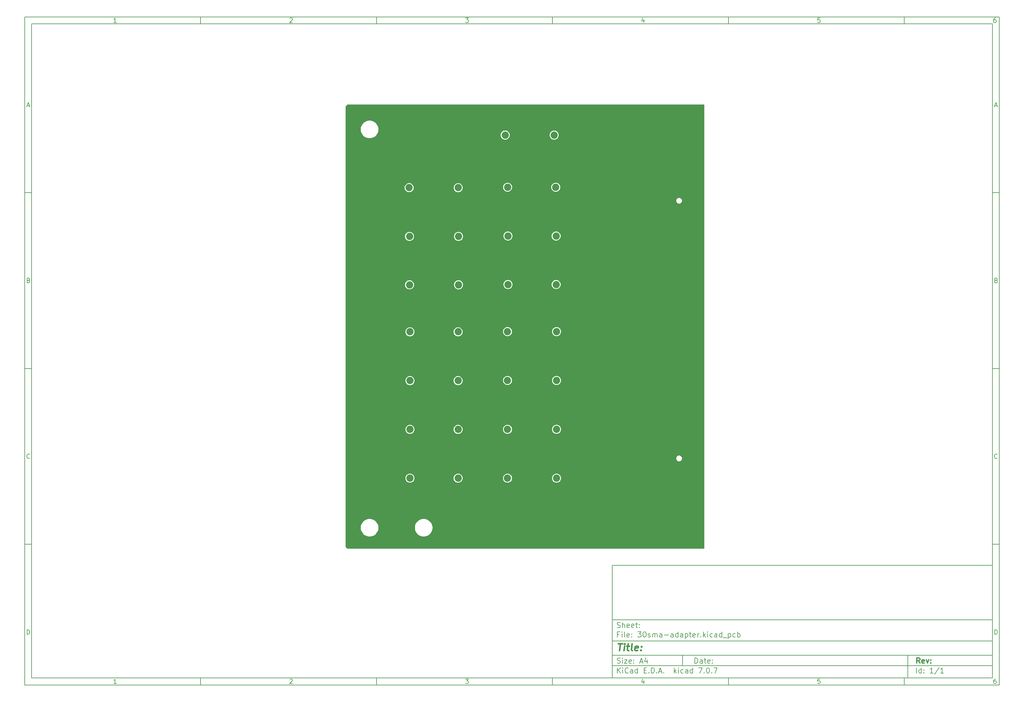
<source format=gbr>
%TF.GenerationSoftware,KiCad,Pcbnew,7.0.7*%
%TF.CreationDate,2023-09-22T00:52:09+02:00*%
%TF.ProjectId,30sma-adapter,3330736d-612d-4616-9461-707465722e6b,rev?*%
%TF.SameCoordinates,Original*%
%TF.FileFunction,Copper,L3,Inr*%
%TF.FilePolarity,Positive*%
%FSLAX46Y46*%
G04 Gerber Fmt 4.6, Leading zero omitted, Abs format (unit mm)*
G04 Created by KiCad (PCBNEW 7.0.7) date 2023-09-22 00:52:09*
%MOMM*%
%LPD*%
G01*
G04 APERTURE LIST*
%ADD10C,0.100000*%
%ADD11C,0.150000*%
%ADD12C,0.300000*%
%ADD13C,0.400000*%
%TA.AperFunction,ComponentPad*%
%ADD14C,2.050000*%
%TD*%
%TA.AperFunction,ComponentPad*%
%ADD15C,2.250000*%
%TD*%
%TA.AperFunction,ViaPad*%
%ADD16C,0.800000*%
%TD*%
%TA.AperFunction,ViaPad*%
%ADD17C,0.464820*%
%TD*%
G04 APERTURE END LIST*
D10*
D11*
X177002200Y-166007200D02*
X285002200Y-166007200D01*
X285002200Y-198007200D01*
X177002200Y-198007200D01*
X177002200Y-166007200D01*
D10*
D11*
X10000000Y-10000000D02*
X287002200Y-10000000D01*
X287002200Y-200007200D01*
X10000000Y-200007200D01*
X10000000Y-10000000D01*
D10*
D11*
X12000000Y-12000000D02*
X285002200Y-12000000D01*
X285002200Y-198007200D01*
X12000000Y-198007200D01*
X12000000Y-12000000D01*
D10*
D11*
X60000000Y-12000000D02*
X60000000Y-10000000D01*
D10*
D11*
X110000000Y-12000000D02*
X110000000Y-10000000D01*
D10*
D11*
X160000000Y-12000000D02*
X160000000Y-10000000D01*
D10*
D11*
X210000000Y-12000000D02*
X210000000Y-10000000D01*
D10*
D11*
X260000000Y-12000000D02*
X260000000Y-10000000D01*
D10*
D11*
X36089160Y-11593604D02*
X35346303Y-11593604D01*
X35717731Y-11593604D02*
X35717731Y-10293604D01*
X35717731Y-10293604D02*
X35593922Y-10479319D01*
X35593922Y-10479319D02*
X35470112Y-10603128D01*
X35470112Y-10603128D02*
X35346303Y-10665033D01*
D10*
D11*
X85346303Y-10417414D02*
X85408207Y-10355509D01*
X85408207Y-10355509D02*
X85532017Y-10293604D01*
X85532017Y-10293604D02*
X85841541Y-10293604D01*
X85841541Y-10293604D02*
X85965350Y-10355509D01*
X85965350Y-10355509D02*
X86027255Y-10417414D01*
X86027255Y-10417414D02*
X86089160Y-10541223D01*
X86089160Y-10541223D02*
X86089160Y-10665033D01*
X86089160Y-10665033D02*
X86027255Y-10850747D01*
X86027255Y-10850747D02*
X85284398Y-11593604D01*
X85284398Y-11593604D02*
X86089160Y-11593604D01*
D10*
D11*
X135284398Y-10293604D02*
X136089160Y-10293604D01*
X136089160Y-10293604D02*
X135655826Y-10788842D01*
X135655826Y-10788842D02*
X135841541Y-10788842D01*
X135841541Y-10788842D02*
X135965350Y-10850747D01*
X135965350Y-10850747D02*
X136027255Y-10912652D01*
X136027255Y-10912652D02*
X136089160Y-11036461D01*
X136089160Y-11036461D02*
X136089160Y-11345985D01*
X136089160Y-11345985D02*
X136027255Y-11469795D01*
X136027255Y-11469795D02*
X135965350Y-11531700D01*
X135965350Y-11531700D02*
X135841541Y-11593604D01*
X135841541Y-11593604D02*
X135470112Y-11593604D01*
X135470112Y-11593604D02*
X135346303Y-11531700D01*
X135346303Y-11531700D02*
X135284398Y-11469795D01*
D10*
D11*
X185965350Y-10726938D02*
X185965350Y-11593604D01*
X185655826Y-10231700D02*
X185346303Y-11160271D01*
X185346303Y-11160271D02*
X186151064Y-11160271D01*
D10*
D11*
X236027255Y-10293604D02*
X235408207Y-10293604D01*
X235408207Y-10293604D02*
X235346303Y-10912652D01*
X235346303Y-10912652D02*
X235408207Y-10850747D01*
X235408207Y-10850747D02*
X235532017Y-10788842D01*
X235532017Y-10788842D02*
X235841541Y-10788842D01*
X235841541Y-10788842D02*
X235965350Y-10850747D01*
X235965350Y-10850747D02*
X236027255Y-10912652D01*
X236027255Y-10912652D02*
X236089160Y-11036461D01*
X236089160Y-11036461D02*
X236089160Y-11345985D01*
X236089160Y-11345985D02*
X236027255Y-11469795D01*
X236027255Y-11469795D02*
X235965350Y-11531700D01*
X235965350Y-11531700D02*
X235841541Y-11593604D01*
X235841541Y-11593604D02*
X235532017Y-11593604D01*
X235532017Y-11593604D02*
X235408207Y-11531700D01*
X235408207Y-11531700D02*
X235346303Y-11469795D01*
D10*
D11*
X285965350Y-10293604D02*
X285717731Y-10293604D01*
X285717731Y-10293604D02*
X285593922Y-10355509D01*
X285593922Y-10355509D02*
X285532017Y-10417414D01*
X285532017Y-10417414D02*
X285408207Y-10603128D01*
X285408207Y-10603128D02*
X285346303Y-10850747D01*
X285346303Y-10850747D02*
X285346303Y-11345985D01*
X285346303Y-11345985D02*
X285408207Y-11469795D01*
X285408207Y-11469795D02*
X285470112Y-11531700D01*
X285470112Y-11531700D02*
X285593922Y-11593604D01*
X285593922Y-11593604D02*
X285841541Y-11593604D01*
X285841541Y-11593604D02*
X285965350Y-11531700D01*
X285965350Y-11531700D02*
X286027255Y-11469795D01*
X286027255Y-11469795D02*
X286089160Y-11345985D01*
X286089160Y-11345985D02*
X286089160Y-11036461D01*
X286089160Y-11036461D02*
X286027255Y-10912652D01*
X286027255Y-10912652D02*
X285965350Y-10850747D01*
X285965350Y-10850747D02*
X285841541Y-10788842D01*
X285841541Y-10788842D02*
X285593922Y-10788842D01*
X285593922Y-10788842D02*
X285470112Y-10850747D01*
X285470112Y-10850747D02*
X285408207Y-10912652D01*
X285408207Y-10912652D02*
X285346303Y-11036461D01*
D10*
D11*
X60000000Y-198007200D02*
X60000000Y-200007200D01*
D10*
D11*
X110000000Y-198007200D02*
X110000000Y-200007200D01*
D10*
D11*
X160000000Y-198007200D02*
X160000000Y-200007200D01*
D10*
D11*
X210000000Y-198007200D02*
X210000000Y-200007200D01*
D10*
D11*
X260000000Y-198007200D02*
X260000000Y-200007200D01*
D10*
D11*
X36089160Y-199600804D02*
X35346303Y-199600804D01*
X35717731Y-199600804D02*
X35717731Y-198300804D01*
X35717731Y-198300804D02*
X35593922Y-198486519D01*
X35593922Y-198486519D02*
X35470112Y-198610328D01*
X35470112Y-198610328D02*
X35346303Y-198672233D01*
D10*
D11*
X85346303Y-198424614D02*
X85408207Y-198362709D01*
X85408207Y-198362709D02*
X85532017Y-198300804D01*
X85532017Y-198300804D02*
X85841541Y-198300804D01*
X85841541Y-198300804D02*
X85965350Y-198362709D01*
X85965350Y-198362709D02*
X86027255Y-198424614D01*
X86027255Y-198424614D02*
X86089160Y-198548423D01*
X86089160Y-198548423D02*
X86089160Y-198672233D01*
X86089160Y-198672233D02*
X86027255Y-198857947D01*
X86027255Y-198857947D02*
X85284398Y-199600804D01*
X85284398Y-199600804D02*
X86089160Y-199600804D01*
D10*
D11*
X135284398Y-198300804D02*
X136089160Y-198300804D01*
X136089160Y-198300804D02*
X135655826Y-198796042D01*
X135655826Y-198796042D02*
X135841541Y-198796042D01*
X135841541Y-198796042D02*
X135965350Y-198857947D01*
X135965350Y-198857947D02*
X136027255Y-198919852D01*
X136027255Y-198919852D02*
X136089160Y-199043661D01*
X136089160Y-199043661D02*
X136089160Y-199353185D01*
X136089160Y-199353185D02*
X136027255Y-199476995D01*
X136027255Y-199476995D02*
X135965350Y-199538900D01*
X135965350Y-199538900D02*
X135841541Y-199600804D01*
X135841541Y-199600804D02*
X135470112Y-199600804D01*
X135470112Y-199600804D02*
X135346303Y-199538900D01*
X135346303Y-199538900D02*
X135284398Y-199476995D01*
D10*
D11*
X185965350Y-198734138D02*
X185965350Y-199600804D01*
X185655826Y-198238900D02*
X185346303Y-199167471D01*
X185346303Y-199167471D02*
X186151064Y-199167471D01*
D10*
D11*
X236027255Y-198300804D02*
X235408207Y-198300804D01*
X235408207Y-198300804D02*
X235346303Y-198919852D01*
X235346303Y-198919852D02*
X235408207Y-198857947D01*
X235408207Y-198857947D02*
X235532017Y-198796042D01*
X235532017Y-198796042D02*
X235841541Y-198796042D01*
X235841541Y-198796042D02*
X235965350Y-198857947D01*
X235965350Y-198857947D02*
X236027255Y-198919852D01*
X236027255Y-198919852D02*
X236089160Y-199043661D01*
X236089160Y-199043661D02*
X236089160Y-199353185D01*
X236089160Y-199353185D02*
X236027255Y-199476995D01*
X236027255Y-199476995D02*
X235965350Y-199538900D01*
X235965350Y-199538900D02*
X235841541Y-199600804D01*
X235841541Y-199600804D02*
X235532017Y-199600804D01*
X235532017Y-199600804D02*
X235408207Y-199538900D01*
X235408207Y-199538900D02*
X235346303Y-199476995D01*
D10*
D11*
X285965350Y-198300804D02*
X285717731Y-198300804D01*
X285717731Y-198300804D02*
X285593922Y-198362709D01*
X285593922Y-198362709D02*
X285532017Y-198424614D01*
X285532017Y-198424614D02*
X285408207Y-198610328D01*
X285408207Y-198610328D02*
X285346303Y-198857947D01*
X285346303Y-198857947D02*
X285346303Y-199353185D01*
X285346303Y-199353185D02*
X285408207Y-199476995D01*
X285408207Y-199476995D02*
X285470112Y-199538900D01*
X285470112Y-199538900D02*
X285593922Y-199600804D01*
X285593922Y-199600804D02*
X285841541Y-199600804D01*
X285841541Y-199600804D02*
X285965350Y-199538900D01*
X285965350Y-199538900D02*
X286027255Y-199476995D01*
X286027255Y-199476995D02*
X286089160Y-199353185D01*
X286089160Y-199353185D02*
X286089160Y-199043661D01*
X286089160Y-199043661D02*
X286027255Y-198919852D01*
X286027255Y-198919852D02*
X285965350Y-198857947D01*
X285965350Y-198857947D02*
X285841541Y-198796042D01*
X285841541Y-198796042D02*
X285593922Y-198796042D01*
X285593922Y-198796042D02*
X285470112Y-198857947D01*
X285470112Y-198857947D02*
X285408207Y-198919852D01*
X285408207Y-198919852D02*
X285346303Y-199043661D01*
D10*
D11*
X10000000Y-60000000D02*
X12000000Y-60000000D01*
D10*
D11*
X10000000Y-110000000D02*
X12000000Y-110000000D01*
D10*
D11*
X10000000Y-160000000D02*
X12000000Y-160000000D01*
D10*
D11*
X10690476Y-35222176D02*
X11309523Y-35222176D01*
X10566666Y-35593604D02*
X10999999Y-34293604D01*
X10999999Y-34293604D02*
X11433333Y-35593604D01*
D10*
D11*
X11092857Y-84912652D02*
X11278571Y-84974557D01*
X11278571Y-84974557D02*
X11340476Y-85036461D01*
X11340476Y-85036461D02*
X11402380Y-85160271D01*
X11402380Y-85160271D02*
X11402380Y-85345985D01*
X11402380Y-85345985D02*
X11340476Y-85469795D01*
X11340476Y-85469795D02*
X11278571Y-85531700D01*
X11278571Y-85531700D02*
X11154761Y-85593604D01*
X11154761Y-85593604D02*
X10659523Y-85593604D01*
X10659523Y-85593604D02*
X10659523Y-84293604D01*
X10659523Y-84293604D02*
X11092857Y-84293604D01*
X11092857Y-84293604D02*
X11216666Y-84355509D01*
X11216666Y-84355509D02*
X11278571Y-84417414D01*
X11278571Y-84417414D02*
X11340476Y-84541223D01*
X11340476Y-84541223D02*
X11340476Y-84665033D01*
X11340476Y-84665033D02*
X11278571Y-84788842D01*
X11278571Y-84788842D02*
X11216666Y-84850747D01*
X11216666Y-84850747D02*
X11092857Y-84912652D01*
X11092857Y-84912652D02*
X10659523Y-84912652D01*
D10*
D11*
X11402380Y-135469795D02*
X11340476Y-135531700D01*
X11340476Y-135531700D02*
X11154761Y-135593604D01*
X11154761Y-135593604D02*
X11030952Y-135593604D01*
X11030952Y-135593604D02*
X10845238Y-135531700D01*
X10845238Y-135531700D02*
X10721428Y-135407890D01*
X10721428Y-135407890D02*
X10659523Y-135284080D01*
X10659523Y-135284080D02*
X10597619Y-135036461D01*
X10597619Y-135036461D02*
X10597619Y-134850747D01*
X10597619Y-134850747D02*
X10659523Y-134603128D01*
X10659523Y-134603128D02*
X10721428Y-134479319D01*
X10721428Y-134479319D02*
X10845238Y-134355509D01*
X10845238Y-134355509D02*
X11030952Y-134293604D01*
X11030952Y-134293604D02*
X11154761Y-134293604D01*
X11154761Y-134293604D02*
X11340476Y-134355509D01*
X11340476Y-134355509D02*
X11402380Y-134417414D01*
D10*
D11*
X10659523Y-185593604D02*
X10659523Y-184293604D01*
X10659523Y-184293604D02*
X10969047Y-184293604D01*
X10969047Y-184293604D02*
X11154761Y-184355509D01*
X11154761Y-184355509D02*
X11278571Y-184479319D01*
X11278571Y-184479319D02*
X11340476Y-184603128D01*
X11340476Y-184603128D02*
X11402380Y-184850747D01*
X11402380Y-184850747D02*
X11402380Y-185036461D01*
X11402380Y-185036461D02*
X11340476Y-185284080D01*
X11340476Y-185284080D02*
X11278571Y-185407890D01*
X11278571Y-185407890D02*
X11154761Y-185531700D01*
X11154761Y-185531700D02*
X10969047Y-185593604D01*
X10969047Y-185593604D02*
X10659523Y-185593604D01*
D10*
D11*
X287002200Y-60000000D02*
X285002200Y-60000000D01*
D10*
D11*
X287002200Y-110000000D02*
X285002200Y-110000000D01*
D10*
D11*
X287002200Y-160000000D02*
X285002200Y-160000000D01*
D10*
D11*
X285692676Y-35222176D02*
X286311723Y-35222176D01*
X285568866Y-35593604D02*
X286002199Y-34293604D01*
X286002199Y-34293604D02*
X286435533Y-35593604D01*
D10*
D11*
X286095057Y-84912652D02*
X286280771Y-84974557D01*
X286280771Y-84974557D02*
X286342676Y-85036461D01*
X286342676Y-85036461D02*
X286404580Y-85160271D01*
X286404580Y-85160271D02*
X286404580Y-85345985D01*
X286404580Y-85345985D02*
X286342676Y-85469795D01*
X286342676Y-85469795D02*
X286280771Y-85531700D01*
X286280771Y-85531700D02*
X286156961Y-85593604D01*
X286156961Y-85593604D02*
X285661723Y-85593604D01*
X285661723Y-85593604D02*
X285661723Y-84293604D01*
X285661723Y-84293604D02*
X286095057Y-84293604D01*
X286095057Y-84293604D02*
X286218866Y-84355509D01*
X286218866Y-84355509D02*
X286280771Y-84417414D01*
X286280771Y-84417414D02*
X286342676Y-84541223D01*
X286342676Y-84541223D02*
X286342676Y-84665033D01*
X286342676Y-84665033D02*
X286280771Y-84788842D01*
X286280771Y-84788842D02*
X286218866Y-84850747D01*
X286218866Y-84850747D02*
X286095057Y-84912652D01*
X286095057Y-84912652D02*
X285661723Y-84912652D01*
D10*
D11*
X286404580Y-135469795D02*
X286342676Y-135531700D01*
X286342676Y-135531700D02*
X286156961Y-135593604D01*
X286156961Y-135593604D02*
X286033152Y-135593604D01*
X286033152Y-135593604D02*
X285847438Y-135531700D01*
X285847438Y-135531700D02*
X285723628Y-135407890D01*
X285723628Y-135407890D02*
X285661723Y-135284080D01*
X285661723Y-135284080D02*
X285599819Y-135036461D01*
X285599819Y-135036461D02*
X285599819Y-134850747D01*
X285599819Y-134850747D02*
X285661723Y-134603128D01*
X285661723Y-134603128D02*
X285723628Y-134479319D01*
X285723628Y-134479319D02*
X285847438Y-134355509D01*
X285847438Y-134355509D02*
X286033152Y-134293604D01*
X286033152Y-134293604D02*
X286156961Y-134293604D01*
X286156961Y-134293604D02*
X286342676Y-134355509D01*
X286342676Y-134355509D02*
X286404580Y-134417414D01*
D10*
D11*
X285661723Y-185593604D02*
X285661723Y-184293604D01*
X285661723Y-184293604D02*
X285971247Y-184293604D01*
X285971247Y-184293604D02*
X286156961Y-184355509D01*
X286156961Y-184355509D02*
X286280771Y-184479319D01*
X286280771Y-184479319D02*
X286342676Y-184603128D01*
X286342676Y-184603128D02*
X286404580Y-184850747D01*
X286404580Y-184850747D02*
X286404580Y-185036461D01*
X286404580Y-185036461D02*
X286342676Y-185284080D01*
X286342676Y-185284080D02*
X286280771Y-185407890D01*
X286280771Y-185407890D02*
X286156961Y-185531700D01*
X286156961Y-185531700D02*
X285971247Y-185593604D01*
X285971247Y-185593604D02*
X285661723Y-185593604D01*
D10*
D11*
X200458026Y-193793328D02*
X200458026Y-192293328D01*
X200458026Y-192293328D02*
X200815169Y-192293328D01*
X200815169Y-192293328D02*
X201029455Y-192364757D01*
X201029455Y-192364757D02*
X201172312Y-192507614D01*
X201172312Y-192507614D02*
X201243741Y-192650471D01*
X201243741Y-192650471D02*
X201315169Y-192936185D01*
X201315169Y-192936185D02*
X201315169Y-193150471D01*
X201315169Y-193150471D02*
X201243741Y-193436185D01*
X201243741Y-193436185D02*
X201172312Y-193579042D01*
X201172312Y-193579042D02*
X201029455Y-193721900D01*
X201029455Y-193721900D02*
X200815169Y-193793328D01*
X200815169Y-193793328D02*
X200458026Y-193793328D01*
X202600884Y-193793328D02*
X202600884Y-193007614D01*
X202600884Y-193007614D02*
X202529455Y-192864757D01*
X202529455Y-192864757D02*
X202386598Y-192793328D01*
X202386598Y-192793328D02*
X202100884Y-192793328D01*
X202100884Y-192793328D02*
X201958026Y-192864757D01*
X202600884Y-193721900D02*
X202458026Y-193793328D01*
X202458026Y-193793328D02*
X202100884Y-193793328D01*
X202100884Y-193793328D02*
X201958026Y-193721900D01*
X201958026Y-193721900D02*
X201886598Y-193579042D01*
X201886598Y-193579042D02*
X201886598Y-193436185D01*
X201886598Y-193436185D02*
X201958026Y-193293328D01*
X201958026Y-193293328D02*
X202100884Y-193221900D01*
X202100884Y-193221900D02*
X202458026Y-193221900D01*
X202458026Y-193221900D02*
X202600884Y-193150471D01*
X203100884Y-192793328D02*
X203672312Y-192793328D01*
X203315169Y-192293328D02*
X203315169Y-193579042D01*
X203315169Y-193579042D02*
X203386598Y-193721900D01*
X203386598Y-193721900D02*
X203529455Y-193793328D01*
X203529455Y-193793328D02*
X203672312Y-193793328D01*
X204743741Y-193721900D02*
X204600884Y-193793328D01*
X204600884Y-193793328D02*
X204315170Y-193793328D01*
X204315170Y-193793328D02*
X204172312Y-193721900D01*
X204172312Y-193721900D02*
X204100884Y-193579042D01*
X204100884Y-193579042D02*
X204100884Y-193007614D01*
X204100884Y-193007614D02*
X204172312Y-192864757D01*
X204172312Y-192864757D02*
X204315170Y-192793328D01*
X204315170Y-192793328D02*
X204600884Y-192793328D01*
X204600884Y-192793328D02*
X204743741Y-192864757D01*
X204743741Y-192864757D02*
X204815170Y-193007614D01*
X204815170Y-193007614D02*
X204815170Y-193150471D01*
X204815170Y-193150471D02*
X204100884Y-193293328D01*
X205458026Y-193650471D02*
X205529455Y-193721900D01*
X205529455Y-193721900D02*
X205458026Y-193793328D01*
X205458026Y-193793328D02*
X205386598Y-193721900D01*
X205386598Y-193721900D02*
X205458026Y-193650471D01*
X205458026Y-193650471D02*
X205458026Y-193793328D01*
X205458026Y-192864757D02*
X205529455Y-192936185D01*
X205529455Y-192936185D02*
X205458026Y-193007614D01*
X205458026Y-193007614D02*
X205386598Y-192936185D01*
X205386598Y-192936185D02*
X205458026Y-192864757D01*
X205458026Y-192864757D02*
X205458026Y-193007614D01*
D10*
D11*
X177002200Y-194507200D02*
X285002200Y-194507200D01*
D10*
D11*
X178458026Y-196593328D02*
X178458026Y-195093328D01*
X179315169Y-196593328D02*
X178672312Y-195736185D01*
X179315169Y-195093328D02*
X178458026Y-195950471D01*
X179958026Y-196593328D02*
X179958026Y-195593328D01*
X179958026Y-195093328D02*
X179886598Y-195164757D01*
X179886598Y-195164757D02*
X179958026Y-195236185D01*
X179958026Y-195236185D02*
X180029455Y-195164757D01*
X180029455Y-195164757D02*
X179958026Y-195093328D01*
X179958026Y-195093328D02*
X179958026Y-195236185D01*
X181529455Y-196450471D02*
X181458027Y-196521900D01*
X181458027Y-196521900D02*
X181243741Y-196593328D01*
X181243741Y-196593328D02*
X181100884Y-196593328D01*
X181100884Y-196593328D02*
X180886598Y-196521900D01*
X180886598Y-196521900D02*
X180743741Y-196379042D01*
X180743741Y-196379042D02*
X180672312Y-196236185D01*
X180672312Y-196236185D02*
X180600884Y-195950471D01*
X180600884Y-195950471D02*
X180600884Y-195736185D01*
X180600884Y-195736185D02*
X180672312Y-195450471D01*
X180672312Y-195450471D02*
X180743741Y-195307614D01*
X180743741Y-195307614D02*
X180886598Y-195164757D01*
X180886598Y-195164757D02*
X181100884Y-195093328D01*
X181100884Y-195093328D02*
X181243741Y-195093328D01*
X181243741Y-195093328D02*
X181458027Y-195164757D01*
X181458027Y-195164757D02*
X181529455Y-195236185D01*
X182815170Y-196593328D02*
X182815170Y-195807614D01*
X182815170Y-195807614D02*
X182743741Y-195664757D01*
X182743741Y-195664757D02*
X182600884Y-195593328D01*
X182600884Y-195593328D02*
X182315170Y-195593328D01*
X182315170Y-195593328D02*
X182172312Y-195664757D01*
X182815170Y-196521900D02*
X182672312Y-196593328D01*
X182672312Y-196593328D02*
X182315170Y-196593328D01*
X182315170Y-196593328D02*
X182172312Y-196521900D01*
X182172312Y-196521900D02*
X182100884Y-196379042D01*
X182100884Y-196379042D02*
X182100884Y-196236185D01*
X182100884Y-196236185D02*
X182172312Y-196093328D01*
X182172312Y-196093328D02*
X182315170Y-196021900D01*
X182315170Y-196021900D02*
X182672312Y-196021900D01*
X182672312Y-196021900D02*
X182815170Y-195950471D01*
X184172313Y-196593328D02*
X184172313Y-195093328D01*
X184172313Y-196521900D02*
X184029455Y-196593328D01*
X184029455Y-196593328D02*
X183743741Y-196593328D01*
X183743741Y-196593328D02*
X183600884Y-196521900D01*
X183600884Y-196521900D02*
X183529455Y-196450471D01*
X183529455Y-196450471D02*
X183458027Y-196307614D01*
X183458027Y-196307614D02*
X183458027Y-195879042D01*
X183458027Y-195879042D02*
X183529455Y-195736185D01*
X183529455Y-195736185D02*
X183600884Y-195664757D01*
X183600884Y-195664757D02*
X183743741Y-195593328D01*
X183743741Y-195593328D02*
X184029455Y-195593328D01*
X184029455Y-195593328D02*
X184172313Y-195664757D01*
X186029455Y-195807614D02*
X186529455Y-195807614D01*
X186743741Y-196593328D02*
X186029455Y-196593328D01*
X186029455Y-196593328D02*
X186029455Y-195093328D01*
X186029455Y-195093328D02*
X186743741Y-195093328D01*
X187386598Y-196450471D02*
X187458027Y-196521900D01*
X187458027Y-196521900D02*
X187386598Y-196593328D01*
X187386598Y-196593328D02*
X187315170Y-196521900D01*
X187315170Y-196521900D02*
X187386598Y-196450471D01*
X187386598Y-196450471D02*
X187386598Y-196593328D01*
X188100884Y-196593328D02*
X188100884Y-195093328D01*
X188100884Y-195093328D02*
X188458027Y-195093328D01*
X188458027Y-195093328D02*
X188672313Y-195164757D01*
X188672313Y-195164757D02*
X188815170Y-195307614D01*
X188815170Y-195307614D02*
X188886599Y-195450471D01*
X188886599Y-195450471D02*
X188958027Y-195736185D01*
X188958027Y-195736185D02*
X188958027Y-195950471D01*
X188958027Y-195950471D02*
X188886599Y-196236185D01*
X188886599Y-196236185D02*
X188815170Y-196379042D01*
X188815170Y-196379042D02*
X188672313Y-196521900D01*
X188672313Y-196521900D02*
X188458027Y-196593328D01*
X188458027Y-196593328D02*
X188100884Y-196593328D01*
X189600884Y-196450471D02*
X189672313Y-196521900D01*
X189672313Y-196521900D02*
X189600884Y-196593328D01*
X189600884Y-196593328D02*
X189529456Y-196521900D01*
X189529456Y-196521900D02*
X189600884Y-196450471D01*
X189600884Y-196450471D02*
X189600884Y-196593328D01*
X190243742Y-196164757D02*
X190958028Y-196164757D01*
X190100885Y-196593328D02*
X190600885Y-195093328D01*
X190600885Y-195093328D02*
X191100885Y-196593328D01*
X191600884Y-196450471D02*
X191672313Y-196521900D01*
X191672313Y-196521900D02*
X191600884Y-196593328D01*
X191600884Y-196593328D02*
X191529456Y-196521900D01*
X191529456Y-196521900D02*
X191600884Y-196450471D01*
X191600884Y-196450471D02*
X191600884Y-196593328D01*
X194600884Y-196593328D02*
X194600884Y-195093328D01*
X194743742Y-196021900D02*
X195172313Y-196593328D01*
X195172313Y-195593328D02*
X194600884Y-196164757D01*
X195815170Y-196593328D02*
X195815170Y-195593328D01*
X195815170Y-195093328D02*
X195743742Y-195164757D01*
X195743742Y-195164757D02*
X195815170Y-195236185D01*
X195815170Y-195236185D02*
X195886599Y-195164757D01*
X195886599Y-195164757D02*
X195815170Y-195093328D01*
X195815170Y-195093328D02*
X195815170Y-195236185D01*
X197172314Y-196521900D02*
X197029456Y-196593328D01*
X197029456Y-196593328D02*
X196743742Y-196593328D01*
X196743742Y-196593328D02*
X196600885Y-196521900D01*
X196600885Y-196521900D02*
X196529456Y-196450471D01*
X196529456Y-196450471D02*
X196458028Y-196307614D01*
X196458028Y-196307614D02*
X196458028Y-195879042D01*
X196458028Y-195879042D02*
X196529456Y-195736185D01*
X196529456Y-195736185D02*
X196600885Y-195664757D01*
X196600885Y-195664757D02*
X196743742Y-195593328D01*
X196743742Y-195593328D02*
X197029456Y-195593328D01*
X197029456Y-195593328D02*
X197172314Y-195664757D01*
X198458028Y-196593328D02*
X198458028Y-195807614D01*
X198458028Y-195807614D02*
X198386599Y-195664757D01*
X198386599Y-195664757D02*
X198243742Y-195593328D01*
X198243742Y-195593328D02*
X197958028Y-195593328D01*
X197958028Y-195593328D02*
X197815170Y-195664757D01*
X198458028Y-196521900D02*
X198315170Y-196593328D01*
X198315170Y-196593328D02*
X197958028Y-196593328D01*
X197958028Y-196593328D02*
X197815170Y-196521900D01*
X197815170Y-196521900D02*
X197743742Y-196379042D01*
X197743742Y-196379042D02*
X197743742Y-196236185D01*
X197743742Y-196236185D02*
X197815170Y-196093328D01*
X197815170Y-196093328D02*
X197958028Y-196021900D01*
X197958028Y-196021900D02*
X198315170Y-196021900D01*
X198315170Y-196021900D02*
X198458028Y-195950471D01*
X199815171Y-196593328D02*
X199815171Y-195093328D01*
X199815171Y-196521900D02*
X199672313Y-196593328D01*
X199672313Y-196593328D02*
X199386599Y-196593328D01*
X199386599Y-196593328D02*
X199243742Y-196521900D01*
X199243742Y-196521900D02*
X199172313Y-196450471D01*
X199172313Y-196450471D02*
X199100885Y-196307614D01*
X199100885Y-196307614D02*
X199100885Y-195879042D01*
X199100885Y-195879042D02*
X199172313Y-195736185D01*
X199172313Y-195736185D02*
X199243742Y-195664757D01*
X199243742Y-195664757D02*
X199386599Y-195593328D01*
X199386599Y-195593328D02*
X199672313Y-195593328D01*
X199672313Y-195593328D02*
X199815171Y-195664757D01*
X201529456Y-195093328D02*
X202529456Y-195093328D01*
X202529456Y-195093328D02*
X201886599Y-196593328D01*
X203100884Y-196450471D02*
X203172313Y-196521900D01*
X203172313Y-196521900D02*
X203100884Y-196593328D01*
X203100884Y-196593328D02*
X203029456Y-196521900D01*
X203029456Y-196521900D02*
X203100884Y-196450471D01*
X203100884Y-196450471D02*
X203100884Y-196593328D01*
X204100885Y-195093328D02*
X204243742Y-195093328D01*
X204243742Y-195093328D02*
X204386599Y-195164757D01*
X204386599Y-195164757D02*
X204458028Y-195236185D01*
X204458028Y-195236185D02*
X204529456Y-195379042D01*
X204529456Y-195379042D02*
X204600885Y-195664757D01*
X204600885Y-195664757D02*
X204600885Y-196021900D01*
X204600885Y-196021900D02*
X204529456Y-196307614D01*
X204529456Y-196307614D02*
X204458028Y-196450471D01*
X204458028Y-196450471D02*
X204386599Y-196521900D01*
X204386599Y-196521900D02*
X204243742Y-196593328D01*
X204243742Y-196593328D02*
X204100885Y-196593328D01*
X204100885Y-196593328D02*
X203958028Y-196521900D01*
X203958028Y-196521900D02*
X203886599Y-196450471D01*
X203886599Y-196450471D02*
X203815170Y-196307614D01*
X203815170Y-196307614D02*
X203743742Y-196021900D01*
X203743742Y-196021900D02*
X203743742Y-195664757D01*
X203743742Y-195664757D02*
X203815170Y-195379042D01*
X203815170Y-195379042D02*
X203886599Y-195236185D01*
X203886599Y-195236185D02*
X203958028Y-195164757D01*
X203958028Y-195164757D02*
X204100885Y-195093328D01*
X205243741Y-196450471D02*
X205315170Y-196521900D01*
X205315170Y-196521900D02*
X205243741Y-196593328D01*
X205243741Y-196593328D02*
X205172313Y-196521900D01*
X205172313Y-196521900D02*
X205243741Y-196450471D01*
X205243741Y-196450471D02*
X205243741Y-196593328D01*
X205815170Y-195093328D02*
X206815170Y-195093328D01*
X206815170Y-195093328D02*
X206172313Y-196593328D01*
D10*
D11*
X177002200Y-191507200D02*
X285002200Y-191507200D01*
D10*
D12*
X264413853Y-193785528D02*
X263913853Y-193071242D01*
X263556710Y-193785528D02*
X263556710Y-192285528D01*
X263556710Y-192285528D02*
X264128139Y-192285528D01*
X264128139Y-192285528D02*
X264270996Y-192356957D01*
X264270996Y-192356957D02*
X264342425Y-192428385D01*
X264342425Y-192428385D02*
X264413853Y-192571242D01*
X264413853Y-192571242D02*
X264413853Y-192785528D01*
X264413853Y-192785528D02*
X264342425Y-192928385D01*
X264342425Y-192928385D02*
X264270996Y-192999814D01*
X264270996Y-192999814D02*
X264128139Y-193071242D01*
X264128139Y-193071242D02*
X263556710Y-193071242D01*
X265628139Y-193714100D02*
X265485282Y-193785528D01*
X265485282Y-193785528D02*
X265199568Y-193785528D01*
X265199568Y-193785528D02*
X265056710Y-193714100D01*
X265056710Y-193714100D02*
X264985282Y-193571242D01*
X264985282Y-193571242D02*
X264985282Y-192999814D01*
X264985282Y-192999814D02*
X265056710Y-192856957D01*
X265056710Y-192856957D02*
X265199568Y-192785528D01*
X265199568Y-192785528D02*
X265485282Y-192785528D01*
X265485282Y-192785528D02*
X265628139Y-192856957D01*
X265628139Y-192856957D02*
X265699568Y-192999814D01*
X265699568Y-192999814D02*
X265699568Y-193142671D01*
X265699568Y-193142671D02*
X264985282Y-193285528D01*
X266199567Y-192785528D02*
X266556710Y-193785528D01*
X266556710Y-193785528D02*
X266913853Y-192785528D01*
X267485281Y-193642671D02*
X267556710Y-193714100D01*
X267556710Y-193714100D02*
X267485281Y-193785528D01*
X267485281Y-193785528D02*
X267413853Y-193714100D01*
X267413853Y-193714100D02*
X267485281Y-193642671D01*
X267485281Y-193642671D02*
X267485281Y-193785528D01*
X267485281Y-192856957D02*
X267556710Y-192928385D01*
X267556710Y-192928385D02*
X267485281Y-192999814D01*
X267485281Y-192999814D02*
X267413853Y-192928385D01*
X267413853Y-192928385D02*
X267485281Y-192856957D01*
X267485281Y-192856957D02*
X267485281Y-192999814D01*
D10*
D11*
X178386598Y-193721900D02*
X178600884Y-193793328D01*
X178600884Y-193793328D02*
X178958026Y-193793328D01*
X178958026Y-193793328D02*
X179100884Y-193721900D01*
X179100884Y-193721900D02*
X179172312Y-193650471D01*
X179172312Y-193650471D02*
X179243741Y-193507614D01*
X179243741Y-193507614D02*
X179243741Y-193364757D01*
X179243741Y-193364757D02*
X179172312Y-193221900D01*
X179172312Y-193221900D02*
X179100884Y-193150471D01*
X179100884Y-193150471D02*
X178958026Y-193079042D01*
X178958026Y-193079042D02*
X178672312Y-193007614D01*
X178672312Y-193007614D02*
X178529455Y-192936185D01*
X178529455Y-192936185D02*
X178458026Y-192864757D01*
X178458026Y-192864757D02*
X178386598Y-192721900D01*
X178386598Y-192721900D02*
X178386598Y-192579042D01*
X178386598Y-192579042D02*
X178458026Y-192436185D01*
X178458026Y-192436185D02*
X178529455Y-192364757D01*
X178529455Y-192364757D02*
X178672312Y-192293328D01*
X178672312Y-192293328D02*
X179029455Y-192293328D01*
X179029455Y-192293328D02*
X179243741Y-192364757D01*
X179886597Y-193793328D02*
X179886597Y-192793328D01*
X179886597Y-192293328D02*
X179815169Y-192364757D01*
X179815169Y-192364757D02*
X179886597Y-192436185D01*
X179886597Y-192436185D02*
X179958026Y-192364757D01*
X179958026Y-192364757D02*
X179886597Y-192293328D01*
X179886597Y-192293328D02*
X179886597Y-192436185D01*
X180458026Y-192793328D02*
X181243741Y-192793328D01*
X181243741Y-192793328D02*
X180458026Y-193793328D01*
X180458026Y-193793328D02*
X181243741Y-193793328D01*
X182386598Y-193721900D02*
X182243741Y-193793328D01*
X182243741Y-193793328D02*
X181958027Y-193793328D01*
X181958027Y-193793328D02*
X181815169Y-193721900D01*
X181815169Y-193721900D02*
X181743741Y-193579042D01*
X181743741Y-193579042D02*
X181743741Y-193007614D01*
X181743741Y-193007614D02*
X181815169Y-192864757D01*
X181815169Y-192864757D02*
X181958027Y-192793328D01*
X181958027Y-192793328D02*
X182243741Y-192793328D01*
X182243741Y-192793328D02*
X182386598Y-192864757D01*
X182386598Y-192864757D02*
X182458027Y-193007614D01*
X182458027Y-193007614D02*
X182458027Y-193150471D01*
X182458027Y-193150471D02*
X181743741Y-193293328D01*
X183100883Y-193650471D02*
X183172312Y-193721900D01*
X183172312Y-193721900D02*
X183100883Y-193793328D01*
X183100883Y-193793328D02*
X183029455Y-193721900D01*
X183029455Y-193721900D02*
X183100883Y-193650471D01*
X183100883Y-193650471D02*
X183100883Y-193793328D01*
X183100883Y-192864757D02*
X183172312Y-192936185D01*
X183172312Y-192936185D02*
X183100883Y-193007614D01*
X183100883Y-193007614D02*
X183029455Y-192936185D01*
X183029455Y-192936185D02*
X183100883Y-192864757D01*
X183100883Y-192864757D02*
X183100883Y-193007614D01*
X184886598Y-193364757D02*
X185600884Y-193364757D01*
X184743741Y-193793328D02*
X185243741Y-192293328D01*
X185243741Y-192293328D02*
X185743741Y-193793328D01*
X186886598Y-192793328D02*
X186886598Y-193793328D01*
X186529455Y-192221900D02*
X186172312Y-193293328D01*
X186172312Y-193293328D02*
X187100883Y-193293328D01*
D10*
D11*
X263458026Y-196593328D02*
X263458026Y-195093328D01*
X264815170Y-196593328D02*
X264815170Y-195093328D01*
X264815170Y-196521900D02*
X264672312Y-196593328D01*
X264672312Y-196593328D02*
X264386598Y-196593328D01*
X264386598Y-196593328D02*
X264243741Y-196521900D01*
X264243741Y-196521900D02*
X264172312Y-196450471D01*
X264172312Y-196450471D02*
X264100884Y-196307614D01*
X264100884Y-196307614D02*
X264100884Y-195879042D01*
X264100884Y-195879042D02*
X264172312Y-195736185D01*
X264172312Y-195736185D02*
X264243741Y-195664757D01*
X264243741Y-195664757D02*
X264386598Y-195593328D01*
X264386598Y-195593328D02*
X264672312Y-195593328D01*
X264672312Y-195593328D02*
X264815170Y-195664757D01*
X265529455Y-196450471D02*
X265600884Y-196521900D01*
X265600884Y-196521900D02*
X265529455Y-196593328D01*
X265529455Y-196593328D02*
X265458027Y-196521900D01*
X265458027Y-196521900D02*
X265529455Y-196450471D01*
X265529455Y-196450471D02*
X265529455Y-196593328D01*
X265529455Y-195664757D02*
X265600884Y-195736185D01*
X265600884Y-195736185D02*
X265529455Y-195807614D01*
X265529455Y-195807614D02*
X265458027Y-195736185D01*
X265458027Y-195736185D02*
X265529455Y-195664757D01*
X265529455Y-195664757D02*
X265529455Y-195807614D01*
X268172313Y-196593328D02*
X267315170Y-196593328D01*
X267743741Y-196593328D02*
X267743741Y-195093328D01*
X267743741Y-195093328D02*
X267600884Y-195307614D01*
X267600884Y-195307614D02*
X267458027Y-195450471D01*
X267458027Y-195450471D02*
X267315170Y-195521900D01*
X269886598Y-195021900D02*
X268600884Y-196950471D01*
X271172313Y-196593328D02*
X270315170Y-196593328D01*
X270743741Y-196593328D02*
X270743741Y-195093328D01*
X270743741Y-195093328D02*
X270600884Y-195307614D01*
X270600884Y-195307614D02*
X270458027Y-195450471D01*
X270458027Y-195450471D02*
X270315170Y-195521900D01*
D10*
D11*
X177002200Y-187507200D02*
X285002200Y-187507200D01*
D10*
D13*
X178693928Y-188211638D02*
X179836785Y-188211638D01*
X179015357Y-190211638D02*
X179265357Y-188211638D01*
X180253452Y-190211638D02*
X180420119Y-188878304D01*
X180503452Y-188211638D02*
X180396309Y-188306876D01*
X180396309Y-188306876D02*
X180479643Y-188402114D01*
X180479643Y-188402114D02*
X180586786Y-188306876D01*
X180586786Y-188306876D02*
X180503452Y-188211638D01*
X180503452Y-188211638D02*
X180479643Y-188402114D01*
X181086786Y-188878304D02*
X181848690Y-188878304D01*
X181455833Y-188211638D02*
X181241548Y-189925923D01*
X181241548Y-189925923D02*
X181312976Y-190116400D01*
X181312976Y-190116400D02*
X181491548Y-190211638D01*
X181491548Y-190211638D02*
X181682024Y-190211638D01*
X182634405Y-190211638D02*
X182455833Y-190116400D01*
X182455833Y-190116400D02*
X182384405Y-189925923D01*
X182384405Y-189925923D02*
X182598690Y-188211638D01*
X184170119Y-190116400D02*
X183967738Y-190211638D01*
X183967738Y-190211638D02*
X183586785Y-190211638D01*
X183586785Y-190211638D02*
X183408214Y-190116400D01*
X183408214Y-190116400D02*
X183336785Y-189925923D01*
X183336785Y-189925923D02*
X183432024Y-189164019D01*
X183432024Y-189164019D02*
X183551071Y-188973542D01*
X183551071Y-188973542D02*
X183753452Y-188878304D01*
X183753452Y-188878304D02*
X184134404Y-188878304D01*
X184134404Y-188878304D02*
X184312976Y-188973542D01*
X184312976Y-188973542D02*
X184384404Y-189164019D01*
X184384404Y-189164019D02*
X184360595Y-189354495D01*
X184360595Y-189354495D02*
X183384404Y-189544971D01*
X185134405Y-190021161D02*
X185217738Y-190116400D01*
X185217738Y-190116400D02*
X185110595Y-190211638D01*
X185110595Y-190211638D02*
X185027262Y-190116400D01*
X185027262Y-190116400D02*
X185134405Y-190021161D01*
X185134405Y-190021161D02*
X185110595Y-190211638D01*
X185265357Y-188973542D02*
X185348690Y-189068780D01*
X185348690Y-189068780D02*
X185241548Y-189164019D01*
X185241548Y-189164019D02*
X185158214Y-189068780D01*
X185158214Y-189068780D02*
X185265357Y-188973542D01*
X185265357Y-188973542D02*
X185241548Y-189164019D01*
D10*
D11*
X178958026Y-185607614D02*
X178458026Y-185607614D01*
X178458026Y-186393328D02*
X178458026Y-184893328D01*
X178458026Y-184893328D02*
X179172312Y-184893328D01*
X179743740Y-186393328D02*
X179743740Y-185393328D01*
X179743740Y-184893328D02*
X179672312Y-184964757D01*
X179672312Y-184964757D02*
X179743740Y-185036185D01*
X179743740Y-185036185D02*
X179815169Y-184964757D01*
X179815169Y-184964757D02*
X179743740Y-184893328D01*
X179743740Y-184893328D02*
X179743740Y-185036185D01*
X180672312Y-186393328D02*
X180529455Y-186321900D01*
X180529455Y-186321900D02*
X180458026Y-186179042D01*
X180458026Y-186179042D02*
X180458026Y-184893328D01*
X181815169Y-186321900D02*
X181672312Y-186393328D01*
X181672312Y-186393328D02*
X181386598Y-186393328D01*
X181386598Y-186393328D02*
X181243740Y-186321900D01*
X181243740Y-186321900D02*
X181172312Y-186179042D01*
X181172312Y-186179042D02*
X181172312Y-185607614D01*
X181172312Y-185607614D02*
X181243740Y-185464757D01*
X181243740Y-185464757D02*
X181386598Y-185393328D01*
X181386598Y-185393328D02*
X181672312Y-185393328D01*
X181672312Y-185393328D02*
X181815169Y-185464757D01*
X181815169Y-185464757D02*
X181886598Y-185607614D01*
X181886598Y-185607614D02*
X181886598Y-185750471D01*
X181886598Y-185750471D02*
X181172312Y-185893328D01*
X182529454Y-186250471D02*
X182600883Y-186321900D01*
X182600883Y-186321900D02*
X182529454Y-186393328D01*
X182529454Y-186393328D02*
X182458026Y-186321900D01*
X182458026Y-186321900D02*
X182529454Y-186250471D01*
X182529454Y-186250471D02*
X182529454Y-186393328D01*
X182529454Y-185464757D02*
X182600883Y-185536185D01*
X182600883Y-185536185D02*
X182529454Y-185607614D01*
X182529454Y-185607614D02*
X182458026Y-185536185D01*
X182458026Y-185536185D02*
X182529454Y-185464757D01*
X182529454Y-185464757D02*
X182529454Y-185607614D01*
X184243740Y-184893328D02*
X185172312Y-184893328D01*
X185172312Y-184893328D02*
X184672312Y-185464757D01*
X184672312Y-185464757D02*
X184886597Y-185464757D01*
X184886597Y-185464757D02*
X185029455Y-185536185D01*
X185029455Y-185536185D02*
X185100883Y-185607614D01*
X185100883Y-185607614D02*
X185172312Y-185750471D01*
X185172312Y-185750471D02*
X185172312Y-186107614D01*
X185172312Y-186107614D02*
X185100883Y-186250471D01*
X185100883Y-186250471D02*
X185029455Y-186321900D01*
X185029455Y-186321900D02*
X184886597Y-186393328D01*
X184886597Y-186393328D02*
X184458026Y-186393328D01*
X184458026Y-186393328D02*
X184315169Y-186321900D01*
X184315169Y-186321900D02*
X184243740Y-186250471D01*
X186100883Y-184893328D02*
X186243740Y-184893328D01*
X186243740Y-184893328D02*
X186386597Y-184964757D01*
X186386597Y-184964757D02*
X186458026Y-185036185D01*
X186458026Y-185036185D02*
X186529454Y-185179042D01*
X186529454Y-185179042D02*
X186600883Y-185464757D01*
X186600883Y-185464757D02*
X186600883Y-185821900D01*
X186600883Y-185821900D02*
X186529454Y-186107614D01*
X186529454Y-186107614D02*
X186458026Y-186250471D01*
X186458026Y-186250471D02*
X186386597Y-186321900D01*
X186386597Y-186321900D02*
X186243740Y-186393328D01*
X186243740Y-186393328D02*
X186100883Y-186393328D01*
X186100883Y-186393328D02*
X185958026Y-186321900D01*
X185958026Y-186321900D02*
X185886597Y-186250471D01*
X185886597Y-186250471D02*
X185815168Y-186107614D01*
X185815168Y-186107614D02*
X185743740Y-185821900D01*
X185743740Y-185821900D02*
X185743740Y-185464757D01*
X185743740Y-185464757D02*
X185815168Y-185179042D01*
X185815168Y-185179042D02*
X185886597Y-185036185D01*
X185886597Y-185036185D02*
X185958026Y-184964757D01*
X185958026Y-184964757D02*
X186100883Y-184893328D01*
X187172311Y-186321900D02*
X187315168Y-186393328D01*
X187315168Y-186393328D02*
X187600882Y-186393328D01*
X187600882Y-186393328D02*
X187743739Y-186321900D01*
X187743739Y-186321900D02*
X187815168Y-186179042D01*
X187815168Y-186179042D02*
X187815168Y-186107614D01*
X187815168Y-186107614D02*
X187743739Y-185964757D01*
X187743739Y-185964757D02*
X187600882Y-185893328D01*
X187600882Y-185893328D02*
X187386597Y-185893328D01*
X187386597Y-185893328D02*
X187243739Y-185821900D01*
X187243739Y-185821900D02*
X187172311Y-185679042D01*
X187172311Y-185679042D02*
X187172311Y-185607614D01*
X187172311Y-185607614D02*
X187243739Y-185464757D01*
X187243739Y-185464757D02*
X187386597Y-185393328D01*
X187386597Y-185393328D02*
X187600882Y-185393328D01*
X187600882Y-185393328D02*
X187743739Y-185464757D01*
X188458025Y-186393328D02*
X188458025Y-185393328D01*
X188458025Y-185536185D02*
X188529454Y-185464757D01*
X188529454Y-185464757D02*
X188672311Y-185393328D01*
X188672311Y-185393328D02*
X188886597Y-185393328D01*
X188886597Y-185393328D02*
X189029454Y-185464757D01*
X189029454Y-185464757D02*
X189100883Y-185607614D01*
X189100883Y-185607614D02*
X189100883Y-186393328D01*
X189100883Y-185607614D02*
X189172311Y-185464757D01*
X189172311Y-185464757D02*
X189315168Y-185393328D01*
X189315168Y-185393328D02*
X189529454Y-185393328D01*
X189529454Y-185393328D02*
X189672311Y-185464757D01*
X189672311Y-185464757D02*
X189743740Y-185607614D01*
X189743740Y-185607614D02*
X189743740Y-186393328D01*
X191100883Y-186393328D02*
X191100883Y-185607614D01*
X191100883Y-185607614D02*
X191029454Y-185464757D01*
X191029454Y-185464757D02*
X190886597Y-185393328D01*
X190886597Y-185393328D02*
X190600883Y-185393328D01*
X190600883Y-185393328D02*
X190458025Y-185464757D01*
X191100883Y-186321900D02*
X190958025Y-186393328D01*
X190958025Y-186393328D02*
X190600883Y-186393328D01*
X190600883Y-186393328D02*
X190458025Y-186321900D01*
X190458025Y-186321900D02*
X190386597Y-186179042D01*
X190386597Y-186179042D02*
X190386597Y-186036185D01*
X190386597Y-186036185D02*
X190458025Y-185893328D01*
X190458025Y-185893328D02*
X190600883Y-185821900D01*
X190600883Y-185821900D02*
X190958025Y-185821900D01*
X190958025Y-185821900D02*
X191100883Y-185750471D01*
X191815168Y-185821900D02*
X192958026Y-185821900D01*
X194315169Y-186393328D02*
X194315169Y-185607614D01*
X194315169Y-185607614D02*
X194243740Y-185464757D01*
X194243740Y-185464757D02*
X194100883Y-185393328D01*
X194100883Y-185393328D02*
X193815169Y-185393328D01*
X193815169Y-185393328D02*
X193672311Y-185464757D01*
X194315169Y-186321900D02*
X194172311Y-186393328D01*
X194172311Y-186393328D02*
X193815169Y-186393328D01*
X193815169Y-186393328D02*
X193672311Y-186321900D01*
X193672311Y-186321900D02*
X193600883Y-186179042D01*
X193600883Y-186179042D02*
X193600883Y-186036185D01*
X193600883Y-186036185D02*
X193672311Y-185893328D01*
X193672311Y-185893328D02*
X193815169Y-185821900D01*
X193815169Y-185821900D02*
X194172311Y-185821900D01*
X194172311Y-185821900D02*
X194315169Y-185750471D01*
X195672312Y-186393328D02*
X195672312Y-184893328D01*
X195672312Y-186321900D02*
X195529454Y-186393328D01*
X195529454Y-186393328D02*
X195243740Y-186393328D01*
X195243740Y-186393328D02*
X195100883Y-186321900D01*
X195100883Y-186321900D02*
X195029454Y-186250471D01*
X195029454Y-186250471D02*
X194958026Y-186107614D01*
X194958026Y-186107614D02*
X194958026Y-185679042D01*
X194958026Y-185679042D02*
X195029454Y-185536185D01*
X195029454Y-185536185D02*
X195100883Y-185464757D01*
X195100883Y-185464757D02*
X195243740Y-185393328D01*
X195243740Y-185393328D02*
X195529454Y-185393328D01*
X195529454Y-185393328D02*
X195672312Y-185464757D01*
X197029455Y-186393328D02*
X197029455Y-185607614D01*
X197029455Y-185607614D02*
X196958026Y-185464757D01*
X196958026Y-185464757D02*
X196815169Y-185393328D01*
X196815169Y-185393328D02*
X196529455Y-185393328D01*
X196529455Y-185393328D02*
X196386597Y-185464757D01*
X197029455Y-186321900D02*
X196886597Y-186393328D01*
X196886597Y-186393328D02*
X196529455Y-186393328D01*
X196529455Y-186393328D02*
X196386597Y-186321900D01*
X196386597Y-186321900D02*
X196315169Y-186179042D01*
X196315169Y-186179042D02*
X196315169Y-186036185D01*
X196315169Y-186036185D02*
X196386597Y-185893328D01*
X196386597Y-185893328D02*
X196529455Y-185821900D01*
X196529455Y-185821900D02*
X196886597Y-185821900D01*
X196886597Y-185821900D02*
X197029455Y-185750471D01*
X197743740Y-185393328D02*
X197743740Y-186893328D01*
X197743740Y-185464757D02*
X197886598Y-185393328D01*
X197886598Y-185393328D02*
X198172312Y-185393328D01*
X198172312Y-185393328D02*
X198315169Y-185464757D01*
X198315169Y-185464757D02*
X198386598Y-185536185D01*
X198386598Y-185536185D02*
X198458026Y-185679042D01*
X198458026Y-185679042D02*
X198458026Y-186107614D01*
X198458026Y-186107614D02*
X198386598Y-186250471D01*
X198386598Y-186250471D02*
X198315169Y-186321900D01*
X198315169Y-186321900D02*
X198172312Y-186393328D01*
X198172312Y-186393328D02*
X197886598Y-186393328D01*
X197886598Y-186393328D02*
X197743740Y-186321900D01*
X198886598Y-185393328D02*
X199458026Y-185393328D01*
X199100883Y-184893328D02*
X199100883Y-186179042D01*
X199100883Y-186179042D02*
X199172312Y-186321900D01*
X199172312Y-186321900D02*
X199315169Y-186393328D01*
X199315169Y-186393328D02*
X199458026Y-186393328D01*
X200529455Y-186321900D02*
X200386598Y-186393328D01*
X200386598Y-186393328D02*
X200100884Y-186393328D01*
X200100884Y-186393328D02*
X199958026Y-186321900D01*
X199958026Y-186321900D02*
X199886598Y-186179042D01*
X199886598Y-186179042D02*
X199886598Y-185607614D01*
X199886598Y-185607614D02*
X199958026Y-185464757D01*
X199958026Y-185464757D02*
X200100884Y-185393328D01*
X200100884Y-185393328D02*
X200386598Y-185393328D01*
X200386598Y-185393328D02*
X200529455Y-185464757D01*
X200529455Y-185464757D02*
X200600884Y-185607614D01*
X200600884Y-185607614D02*
X200600884Y-185750471D01*
X200600884Y-185750471D02*
X199886598Y-185893328D01*
X201243740Y-186393328D02*
X201243740Y-185393328D01*
X201243740Y-185679042D02*
X201315169Y-185536185D01*
X201315169Y-185536185D02*
X201386598Y-185464757D01*
X201386598Y-185464757D02*
X201529455Y-185393328D01*
X201529455Y-185393328D02*
X201672312Y-185393328D01*
X202172311Y-186250471D02*
X202243740Y-186321900D01*
X202243740Y-186321900D02*
X202172311Y-186393328D01*
X202172311Y-186393328D02*
X202100883Y-186321900D01*
X202100883Y-186321900D02*
X202172311Y-186250471D01*
X202172311Y-186250471D02*
X202172311Y-186393328D01*
X202886597Y-186393328D02*
X202886597Y-184893328D01*
X203029455Y-185821900D02*
X203458026Y-186393328D01*
X203458026Y-185393328D02*
X202886597Y-185964757D01*
X204100883Y-186393328D02*
X204100883Y-185393328D01*
X204100883Y-184893328D02*
X204029455Y-184964757D01*
X204029455Y-184964757D02*
X204100883Y-185036185D01*
X204100883Y-185036185D02*
X204172312Y-184964757D01*
X204172312Y-184964757D02*
X204100883Y-184893328D01*
X204100883Y-184893328D02*
X204100883Y-185036185D01*
X205458027Y-186321900D02*
X205315169Y-186393328D01*
X205315169Y-186393328D02*
X205029455Y-186393328D01*
X205029455Y-186393328D02*
X204886598Y-186321900D01*
X204886598Y-186321900D02*
X204815169Y-186250471D01*
X204815169Y-186250471D02*
X204743741Y-186107614D01*
X204743741Y-186107614D02*
X204743741Y-185679042D01*
X204743741Y-185679042D02*
X204815169Y-185536185D01*
X204815169Y-185536185D02*
X204886598Y-185464757D01*
X204886598Y-185464757D02*
X205029455Y-185393328D01*
X205029455Y-185393328D02*
X205315169Y-185393328D01*
X205315169Y-185393328D02*
X205458027Y-185464757D01*
X206743741Y-186393328D02*
X206743741Y-185607614D01*
X206743741Y-185607614D02*
X206672312Y-185464757D01*
X206672312Y-185464757D02*
X206529455Y-185393328D01*
X206529455Y-185393328D02*
X206243741Y-185393328D01*
X206243741Y-185393328D02*
X206100883Y-185464757D01*
X206743741Y-186321900D02*
X206600883Y-186393328D01*
X206600883Y-186393328D02*
X206243741Y-186393328D01*
X206243741Y-186393328D02*
X206100883Y-186321900D01*
X206100883Y-186321900D02*
X206029455Y-186179042D01*
X206029455Y-186179042D02*
X206029455Y-186036185D01*
X206029455Y-186036185D02*
X206100883Y-185893328D01*
X206100883Y-185893328D02*
X206243741Y-185821900D01*
X206243741Y-185821900D02*
X206600883Y-185821900D01*
X206600883Y-185821900D02*
X206743741Y-185750471D01*
X208100884Y-186393328D02*
X208100884Y-184893328D01*
X208100884Y-186321900D02*
X207958026Y-186393328D01*
X207958026Y-186393328D02*
X207672312Y-186393328D01*
X207672312Y-186393328D02*
X207529455Y-186321900D01*
X207529455Y-186321900D02*
X207458026Y-186250471D01*
X207458026Y-186250471D02*
X207386598Y-186107614D01*
X207386598Y-186107614D02*
X207386598Y-185679042D01*
X207386598Y-185679042D02*
X207458026Y-185536185D01*
X207458026Y-185536185D02*
X207529455Y-185464757D01*
X207529455Y-185464757D02*
X207672312Y-185393328D01*
X207672312Y-185393328D02*
X207958026Y-185393328D01*
X207958026Y-185393328D02*
X208100884Y-185464757D01*
X208458027Y-186536185D02*
X209600884Y-186536185D01*
X209958026Y-185393328D02*
X209958026Y-186893328D01*
X209958026Y-185464757D02*
X210100884Y-185393328D01*
X210100884Y-185393328D02*
X210386598Y-185393328D01*
X210386598Y-185393328D02*
X210529455Y-185464757D01*
X210529455Y-185464757D02*
X210600884Y-185536185D01*
X210600884Y-185536185D02*
X210672312Y-185679042D01*
X210672312Y-185679042D02*
X210672312Y-186107614D01*
X210672312Y-186107614D02*
X210600884Y-186250471D01*
X210600884Y-186250471D02*
X210529455Y-186321900D01*
X210529455Y-186321900D02*
X210386598Y-186393328D01*
X210386598Y-186393328D02*
X210100884Y-186393328D01*
X210100884Y-186393328D02*
X209958026Y-186321900D01*
X211958027Y-186321900D02*
X211815169Y-186393328D01*
X211815169Y-186393328D02*
X211529455Y-186393328D01*
X211529455Y-186393328D02*
X211386598Y-186321900D01*
X211386598Y-186321900D02*
X211315169Y-186250471D01*
X211315169Y-186250471D02*
X211243741Y-186107614D01*
X211243741Y-186107614D02*
X211243741Y-185679042D01*
X211243741Y-185679042D02*
X211315169Y-185536185D01*
X211315169Y-185536185D02*
X211386598Y-185464757D01*
X211386598Y-185464757D02*
X211529455Y-185393328D01*
X211529455Y-185393328D02*
X211815169Y-185393328D01*
X211815169Y-185393328D02*
X211958027Y-185464757D01*
X212600883Y-186393328D02*
X212600883Y-184893328D01*
X212600883Y-185464757D02*
X212743741Y-185393328D01*
X212743741Y-185393328D02*
X213029455Y-185393328D01*
X213029455Y-185393328D02*
X213172312Y-185464757D01*
X213172312Y-185464757D02*
X213243741Y-185536185D01*
X213243741Y-185536185D02*
X213315169Y-185679042D01*
X213315169Y-185679042D02*
X213315169Y-186107614D01*
X213315169Y-186107614D02*
X213243741Y-186250471D01*
X213243741Y-186250471D02*
X213172312Y-186321900D01*
X213172312Y-186321900D02*
X213029455Y-186393328D01*
X213029455Y-186393328D02*
X212743741Y-186393328D01*
X212743741Y-186393328D02*
X212600883Y-186321900D01*
D10*
D11*
X177002200Y-181507200D02*
X285002200Y-181507200D01*
D10*
D11*
X178386598Y-183621900D02*
X178600884Y-183693328D01*
X178600884Y-183693328D02*
X178958026Y-183693328D01*
X178958026Y-183693328D02*
X179100884Y-183621900D01*
X179100884Y-183621900D02*
X179172312Y-183550471D01*
X179172312Y-183550471D02*
X179243741Y-183407614D01*
X179243741Y-183407614D02*
X179243741Y-183264757D01*
X179243741Y-183264757D02*
X179172312Y-183121900D01*
X179172312Y-183121900D02*
X179100884Y-183050471D01*
X179100884Y-183050471D02*
X178958026Y-182979042D01*
X178958026Y-182979042D02*
X178672312Y-182907614D01*
X178672312Y-182907614D02*
X178529455Y-182836185D01*
X178529455Y-182836185D02*
X178458026Y-182764757D01*
X178458026Y-182764757D02*
X178386598Y-182621900D01*
X178386598Y-182621900D02*
X178386598Y-182479042D01*
X178386598Y-182479042D02*
X178458026Y-182336185D01*
X178458026Y-182336185D02*
X178529455Y-182264757D01*
X178529455Y-182264757D02*
X178672312Y-182193328D01*
X178672312Y-182193328D02*
X179029455Y-182193328D01*
X179029455Y-182193328D02*
X179243741Y-182264757D01*
X179886597Y-183693328D02*
X179886597Y-182193328D01*
X180529455Y-183693328D02*
X180529455Y-182907614D01*
X180529455Y-182907614D02*
X180458026Y-182764757D01*
X180458026Y-182764757D02*
X180315169Y-182693328D01*
X180315169Y-182693328D02*
X180100883Y-182693328D01*
X180100883Y-182693328D02*
X179958026Y-182764757D01*
X179958026Y-182764757D02*
X179886597Y-182836185D01*
X181815169Y-183621900D02*
X181672312Y-183693328D01*
X181672312Y-183693328D02*
X181386598Y-183693328D01*
X181386598Y-183693328D02*
X181243740Y-183621900D01*
X181243740Y-183621900D02*
X181172312Y-183479042D01*
X181172312Y-183479042D02*
X181172312Y-182907614D01*
X181172312Y-182907614D02*
X181243740Y-182764757D01*
X181243740Y-182764757D02*
X181386598Y-182693328D01*
X181386598Y-182693328D02*
X181672312Y-182693328D01*
X181672312Y-182693328D02*
X181815169Y-182764757D01*
X181815169Y-182764757D02*
X181886598Y-182907614D01*
X181886598Y-182907614D02*
X181886598Y-183050471D01*
X181886598Y-183050471D02*
X181172312Y-183193328D01*
X183100883Y-183621900D02*
X182958026Y-183693328D01*
X182958026Y-183693328D02*
X182672312Y-183693328D01*
X182672312Y-183693328D02*
X182529454Y-183621900D01*
X182529454Y-183621900D02*
X182458026Y-183479042D01*
X182458026Y-183479042D02*
X182458026Y-182907614D01*
X182458026Y-182907614D02*
X182529454Y-182764757D01*
X182529454Y-182764757D02*
X182672312Y-182693328D01*
X182672312Y-182693328D02*
X182958026Y-182693328D01*
X182958026Y-182693328D02*
X183100883Y-182764757D01*
X183100883Y-182764757D02*
X183172312Y-182907614D01*
X183172312Y-182907614D02*
X183172312Y-183050471D01*
X183172312Y-183050471D02*
X182458026Y-183193328D01*
X183600883Y-182693328D02*
X184172311Y-182693328D01*
X183815168Y-182193328D02*
X183815168Y-183479042D01*
X183815168Y-183479042D02*
X183886597Y-183621900D01*
X183886597Y-183621900D02*
X184029454Y-183693328D01*
X184029454Y-183693328D02*
X184172311Y-183693328D01*
X184672311Y-183550471D02*
X184743740Y-183621900D01*
X184743740Y-183621900D02*
X184672311Y-183693328D01*
X184672311Y-183693328D02*
X184600883Y-183621900D01*
X184600883Y-183621900D02*
X184672311Y-183550471D01*
X184672311Y-183550471D02*
X184672311Y-183693328D01*
X184672311Y-182764757D02*
X184743740Y-182836185D01*
X184743740Y-182836185D02*
X184672311Y-182907614D01*
X184672311Y-182907614D02*
X184600883Y-182836185D01*
X184600883Y-182836185D02*
X184672311Y-182764757D01*
X184672311Y-182764757D02*
X184672311Y-182907614D01*
D10*
D12*
D10*
D11*
D10*
D11*
D10*
D11*
D10*
D11*
D10*
D11*
X197002200Y-191507200D02*
X197002200Y-194507200D01*
D10*
D11*
X261002200Y-191507200D02*
X261002200Y-198007200D01*
D14*
%TO.N,/ai19*%
%TO.C,J20*%
X133180000Y-113430000D03*
D15*
%TO.N,/gnd*%
X135720000Y-115970000D03*
X130640000Y-115970000D03*
X135720000Y-110890000D03*
X130640000Y-110890000D03*
%TD*%
D14*
%TO.N,/ai8*%
%TO.C,J9*%
X147343332Y-72303928D03*
D15*
%TO.N,/gnd*%
X149883332Y-74843928D03*
X144803332Y-74843928D03*
X149883332Y-69763928D03*
X144803332Y-69763928D03*
%TD*%
D14*
%TO.N,/ai3*%
%TO.C,J4*%
X133200000Y-58570000D03*
D15*
%TO.N,/gnd*%
X135740000Y-61110000D03*
X130660000Y-61110000D03*
X135740000Y-56030000D03*
X130660000Y-56030000D03*
%TD*%
D14*
%TO.N,/ai26*%
%TO.C,J27*%
X119490000Y-141185000D03*
D15*
%TO.N,/gnd*%
X122030000Y-143725000D03*
X116950000Y-143725000D03*
X122030000Y-138645000D03*
X116950000Y-138645000D03*
%TD*%
D14*
%TO.N,/ai29*%
%TO.C,J30*%
X161150000Y-141185000D03*
D15*
%TO.N,/gnd*%
X163690000Y-143725000D03*
X158610000Y-143725000D03*
X163690000Y-138645000D03*
X158610000Y-138645000D03*
%TD*%
D14*
%TO.N,/ai17*%
%TO.C,J18*%
X161150000Y-99487140D03*
D15*
%TO.N,/gnd*%
X163690000Y-102027140D03*
X158610000Y-102027140D03*
X163690000Y-96947140D03*
X158610000Y-96947140D03*
%TD*%
D14*
%TO.N,/ai11*%
%TO.C,J12*%
X133306668Y-86185713D03*
D15*
%TO.N,/gnd*%
X135846668Y-88725713D03*
X130766668Y-88725713D03*
X135846668Y-83645713D03*
X130766668Y-83645713D03*
%TD*%
D14*
%TO.N,/ai15*%
%TO.C,J16*%
X133180000Y-99552500D03*
D15*
%TO.N,/gnd*%
X135720000Y-102092500D03*
X130640000Y-102092500D03*
X135720000Y-97012500D03*
X130640000Y-97012500D03*
%TD*%
D14*
%TO.N,/ai24*%
%TO.C,J25*%
X147223332Y-127284284D03*
D15*
%TO.N,/gnd*%
X149763332Y-129824284D03*
X144683332Y-129824284D03*
X149763332Y-124744284D03*
X144683332Y-124744284D03*
%TD*%
D14*
%TO.N,/ai21*%
%TO.C,J22*%
X161150000Y-113386425D03*
D15*
%TO.N,/gnd*%
X163690000Y-115926425D03*
X158610000Y-115926425D03*
X163690000Y-110846425D03*
X158610000Y-110846425D03*
%TD*%
D14*
%TO.N,/ai25*%
%TO.C,J26*%
X161150000Y-127285710D03*
D15*
%TO.N,/gnd*%
X163690000Y-129825710D03*
X158610000Y-129825710D03*
X163690000Y-124745710D03*
X158610000Y-124745710D03*
%TD*%
D14*
%TO.N,/ai23*%
%TO.C,J24*%
X133180000Y-127307500D03*
D15*
%TO.N,/gnd*%
X135720000Y-129847500D03*
X130640000Y-129847500D03*
X135720000Y-124767500D03*
X130640000Y-124767500D03*
%TD*%
D14*
%TO.N,/ai2*%
%TO.C,J3*%
X119273331Y-58561429D03*
D15*
%TO.N,/gnd*%
X121813331Y-61101429D03*
X116733331Y-61101429D03*
X121813331Y-56021429D03*
X116733331Y-56021429D03*
%TD*%
D14*
%TO.N,/ai7*%
%TO.C,J8*%
X133300000Y-72420000D03*
D15*
%TO.N,/gnd*%
X135840000Y-74960000D03*
X130760000Y-74960000D03*
X135840000Y-69880000D03*
X130760000Y-69880000D03*
%TD*%
D14*
%TO.N,/ai27*%
%TO.C,J28*%
X133180000Y-141185000D03*
D15*
%TO.N,/gnd*%
X135720000Y-143725000D03*
X130640000Y-143725000D03*
X135720000Y-138645000D03*
X130640000Y-138645000D03*
%TD*%
D14*
%TO.N,/ai13*%
%TO.C,J14*%
X161040000Y-86092855D03*
D15*
%TO.N,/gnd*%
X163580000Y-88632855D03*
X158500000Y-88632855D03*
X163580000Y-83552855D03*
X158500000Y-83552855D03*
%TD*%
D14*
%TO.N,/ai1*%
%TO.C,J2*%
X160480000Y-43610000D03*
D15*
%TO.N,/gnd*%
X163020000Y-46150000D03*
X157940000Y-46150000D03*
X163020000Y-41070000D03*
X157940000Y-41070000D03*
%TD*%
D14*
%TO.N,/ai5*%
%TO.C,J6*%
X160933331Y-58430714D03*
D15*
%TO.N,/gnd*%
X163473331Y-60970714D03*
X158393331Y-60970714D03*
X163473331Y-55890714D03*
X158393331Y-55890714D03*
%TD*%
D14*
%TO.N,/ai12*%
%TO.C,J13*%
X147350000Y-86092855D03*
D15*
%TO.N,/gnd*%
X149890000Y-88632855D03*
X144810000Y-88632855D03*
X149890000Y-83552855D03*
X144810000Y-83552855D03*
%TD*%
D14*
%TO.N,/ai10*%
%TO.C,J11*%
X119380000Y-86180000D03*
D15*
%TO.N,/gnd*%
X121920000Y-88720000D03*
X116840000Y-88720000D03*
X121920000Y-83640000D03*
X116840000Y-83640000D03*
%TD*%
D14*
%TO.N,/ai6*%
%TO.C,J7*%
X119373331Y-72412858D03*
D15*
%TO.N,/gnd*%
X121913331Y-74952858D03*
X116833331Y-74952858D03*
X121913331Y-69872858D03*
X116833331Y-69872858D03*
%TD*%
D14*
%TO.N,/ai14*%
%TO.C,J15*%
X119490000Y-99552500D03*
D15*
%TO.N,/gnd*%
X122030000Y-102092500D03*
X116950000Y-102092500D03*
X122030000Y-97012500D03*
X116950000Y-97012500D03*
%TD*%
D14*
%TO.N,/ai22*%
%TO.C,J23*%
X119490000Y-127307500D03*
D15*
%TO.N,/gnd*%
X122030000Y-129847500D03*
X116950000Y-129847500D03*
X122030000Y-124767500D03*
X116950000Y-124767500D03*
%TD*%
D14*
%TO.N,/ai28*%
%TO.C,J29*%
X147223332Y-141185000D03*
D15*
%TO.N,/gnd*%
X149763332Y-143725000D03*
X144683332Y-143725000D03*
X149763332Y-138645000D03*
X144683332Y-138645000D03*
%TD*%
D14*
%TO.N,/ai4*%
%TO.C,J5*%
X147243331Y-58430714D03*
D15*
%TO.N,/gnd*%
X149783331Y-60970714D03*
X144703331Y-60970714D03*
X149783331Y-55890714D03*
X144703331Y-55890714D03*
%TD*%
D14*
%TO.N,/ai9*%
%TO.C,J10*%
X161033331Y-72303928D03*
D15*
%TO.N,/gnd*%
X163573331Y-74843928D03*
X158493331Y-74843928D03*
X163573331Y-69763928D03*
X158493331Y-69763928D03*
%TD*%
D14*
%TO.N,/ai18*%
%TO.C,J19*%
X119490000Y-113430000D03*
D15*
%TO.N,/gnd*%
X122030000Y-115970000D03*
X116950000Y-115970000D03*
X122030000Y-110890000D03*
X116950000Y-110890000D03*
%TD*%
D14*
%TO.N,/ai20*%
%TO.C,J21*%
X147223332Y-113383570D03*
D15*
%TO.N,/gnd*%
X149763332Y-115923570D03*
X144683332Y-115923570D03*
X149763332Y-110843570D03*
X144683332Y-110843570D03*
%TD*%
D14*
%TO.N,/ai0*%
%TO.C,J1*%
X146553333Y-43600000D03*
D15*
%TO.N,/gnd*%
X149093333Y-46140000D03*
X144013333Y-46140000D03*
X149093333Y-41060000D03*
X144013333Y-41060000D03*
%TD*%
D14*
%TO.N,/ai16*%
%TO.C,J17*%
X147223332Y-99482856D03*
D15*
%TO.N,/gnd*%
X149763332Y-102022856D03*
X144683332Y-102022856D03*
X149763332Y-96942856D03*
X144683332Y-96942856D03*
%TD*%
D16*
%TO.N,/gnd*%
X140680000Y-155220000D03*
X142260000Y-153640000D03*
X140730000Y-151790000D03*
X138850000Y-153580000D03*
X123000000Y-39100000D03*
X124880000Y-37310000D03*
X126410000Y-39160000D03*
X124830000Y-40740000D03*
D17*
X196490000Y-66474545D03*
X196490000Y-81346360D03*
X196490000Y-106840900D03*
X196490000Y-115339080D03*
X196490000Y-125961805D03*
X196490000Y-83470905D03*
X196490000Y-104716355D03*
X196490000Y-77097270D03*
X196490000Y-102591810D03*
X196490000Y-72848180D03*
X196490000Y-85595450D03*
X196490000Y-130210895D03*
X196490000Y-111089990D03*
X196490000Y-121712715D03*
X196490000Y-128086350D03*
X196490000Y-123837260D03*
X196490000Y-68599090D03*
X196490000Y-79221815D03*
X196490000Y-96218175D03*
X196490000Y-89844540D03*
X196490000Y-64350000D03*
X196490000Y-119588170D03*
X196490000Y-94093630D03*
X196490000Y-98342720D03*
X196490000Y-108965445D03*
X196490000Y-91969085D03*
X196490000Y-70723635D03*
X196490000Y-100467265D03*
X196490000Y-113214535D03*
X196490000Y-134460000D03*
X196490000Y-132335440D03*
X196490000Y-87719995D03*
X196490000Y-117463625D03*
X196490000Y-74972725D03*
%TD*%
%TA.AperFunction,Conductor*%
%TO.N,/gnd*%
G36*
X203006464Y-34941929D02*
G01*
X203021710Y-34946014D01*
X203081370Y-34982374D01*
X203109396Y-35033695D01*
X203113480Y-35048936D01*
X203117706Y-35081029D01*
X203118107Y-57146327D01*
X203118851Y-98081992D01*
X203119991Y-160755996D01*
X203119997Y-161086673D01*
X203115773Y-161118765D01*
X203111690Y-161134005D01*
X203075327Y-161193666D01*
X203024014Y-161221688D01*
X203008772Y-161225773D01*
X202976672Y-161230000D01*
X101774819Y-161230000D01*
X101750621Y-161227616D01*
X101738187Y-161225142D01*
X101693496Y-161206629D01*
X101682958Y-161199588D01*
X101664166Y-161184166D01*
X101285833Y-160805833D01*
X101270411Y-160787041D01*
X101263370Y-160776503D01*
X101244855Y-160731803D01*
X101242382Y-160719369D01*
X101240000Y-160695180D01*
X101240000Y-155432329D01*
X105524500Y-155432329D01*
X105563932Y-155744463D01*
X105563934Y-155744476D01*
X105642180Y-156049225D01*
X105642181Y-156049228D01*
X105758001Y-156341757D01*
X105758002Y-156341758D01*
X105758004Y-156341763D01*
X105758006Y-156341766D01*
X105909584Y-156617484D01*
X105909586Y-156617488D01*
X105909591Y-156617495D01*
X106094515Y-156872021D01*
X106094523Y-156872031D01*
X106309907Y-157101391D01*
X106309909Y-157101393D01*
X106552334Y-157301945D01*
X106552338Y-157301948D01*
X106762648Y-157435414D01*
X106817993Y-157470537D01*
X106984087Y-157548695D01*
X107102678Y-157604500D01*
X107102682Y-157604501D01*
X107102685Y-157604503D01*
X107401921Y-157701731D01*
X107710985Y-157760688D01*
X107710990Y-157760688D01*
X107710995Y-157760689D01*
X107946411Y-157775500D01*
X107946417Y-157775500D01*
X108103589Y-157775500D01*
X108339004Y-157760689D01*
X108339007Y-157760688D01*
X108339015Y-157760688D01*
X108648079Y-157701731D01*
X108947315Y-157604503D01*
X109232007Y-157470537D01*
X109497663Y-157301947D01*
X109740094Y-157101390D01*
X109955478Y-156872030D01*
X110140416Y-156617484D01*
X110291994Y-156341766D01*
X110407819Y-156049225D01*
X110486066Y-155744473D01*
X110525499Y-155432329D01*
X120899500Y-155432329D01*
X120938932Y-155744463D01*
X120938934Y-155744476D01*
X121017180Y-156049225D01*
X121017181Y-156049228D01*
X121133001Y-156341757D01*
X121133002Y-156341758D01*
X121133004Y-156341763D01*
X121133006Y-156341766D01*
X121284584Y-156617484D01*
X121284586Y-156617488D01*
X121284591Y-156617495D01*
X121469515Y-156872021D01*
X121469523Y-156872031D01*
X121684907Y-157101391D01*
X121684909Y-157101393D01*
X121927334Y-157301945D01*
X121927338Y-157301948D01*
X122137648Y-157435414D01*
X122192993Y-157470537D01*
X122359087Y-157548695D01*
X122477678Y-157604500D01*
X122477682Y-157604501D01*
X122477685Y-157604503D01*
X122776921Y-157701731D01*
X123085985Y-157760688D01*
X123085990Y-157760688D01*
X123085995Y-157760689D01*
X123321411Y-157775500D01*
X123321417Y-157775500D01*
X123478589Y-157775500D01*
X123714004Y-157760689D01*
X123714007Y-157760688D01*
X123714015Y-157760688D01*
X124023079Y-157701731D01*
X124322315Y-157604503D01*
X124607007Y-157470537D01*
X124872663Y-157301947D01*
X125115094Y-157101390D01*
X125330478Y-156872030D01*
X125515416Y-156617484D01*
X125666994Y-156341766D01*
X125782819Y-156049225D01*
X125861066Y-155744473D01*
X125900500Y-155432318D01*
X125900500Y-155117682D01*
X125900499Y-155117680D01*
X125900499Y-155117670D01*
X125861067Y-154805536D01*
X125861065Y-154805523D01*
X125782819Y-154500774D01*
X125782818Y-154500771D01*
X125666998Y-154208242D01*
X125666997Y-154208241D01*
X125666996Y-154208239D01*
X125666994Y-154208234D01*
X125515416Y-153932516D01*
X125515410Y-153932509D01*
X125515408Y-153932504D01*
X125330484Y-153677978D01*
X125330476Y-153677968D01*
X125115092Y-153448608D01*
X125115090Y-153448606D01*
X124872665Y-153248054D01*
X124872661Y-153248051D01*
X124607009Y-153079464D01*
X124607003Y-153079461D01*
X124322321Y-152945499D01*
X124322316Y-152945497D01*
X124023083Y-152848270D01*
X124023080Y-152848269D01*
X124023079Y-152848269D01*
X123868546Y-152818790D01*
X123714011Y-152789311D01*
X123714004Y-152789310D01*
X123478589Y-152774500D01*
X123478583Y-152774500D01*
X123321417Y-152774500D01*
X123321411Y-152774500D01*
X123085995Y-152789310D01*
X123085988Y-152789311D01*
X122776916Y-152848270D01*
X122477683Y-152945497D01*
X122477678Y-152945499D01*
X122192996Y-153079461D01*
X122192990Y-153079464D01*
X121927338Y-153248051D01*
X121927334Y-153248054D01*
X121684909Y-153448606D01*
X121684907Y-153448608D01*
X121469523Y-153677968D01*
X121469515Y-153677978D01*
X121284591Y-153932504D01*
X121284584Y-153932516D01*
X121133002Y-154208241D01*
X121133001Y-154208242D01*
X121017181Y-154500771D01*
X121017180Y-154500774D01*
X120938934Y-154805523D01*
X120938932Y-154805536D01*
X120899500Y-155117670D01*
X120899500Y-155432329D01*
X110525499Y-155432329D01*
X110525500Y-155432318D01*
X110525500Y-155117682D01*
X110525499Y-155117680D01*
X110525499Y-155117670D01*
X110486067Y-154805536D01*
X110486065Y-154805523D01*
X110407819Y-154500774D01*
X110407818Y-154500771D01*
X110291998Y-154208242D01*
X110291997Y-154208241D01*
X110291996Y-154208239D01*
X110291994Y-154208234D01*
X110140416Y-153932516D01*
X110140410Y-153932509D01*
X110140408Y-153932504D01*
X109955484Y-153677978D01*
X109955476Y-153677968D01*
X109740092Y-153448608D01*
X109740090Y-153448606D01*
X109497665Y-153248054D01*
X109497661Y-153248051D01*
X109232009Y-153079464D01*
X109232003Y-153079461D01*
X108947321Y-152945499D01*
X108947316Y-152945497D01*
X108648083Y-152848270D01*
X108648080Y-152848269D01*
X108648079Y-152848269D01*
X108493546Y-152818790D01*
X108339011Y-152789311D01*
X108339004Y-152789310D01*
X108103589Y-152774500D01*
X108103583Y-152774500D01*
X107946417Y-152774500D01*
X107946411Y-152774500D01*
X107710995Y-152789310D01*
X107710988Y-152789311D01*
X107401916Y-152848270D01*
X107102683Y-152945497D01*
X107102678Y-152945499D01*
X106817996Y-153079461D01*
X106817990Y-153079464D01*
X106552338Y-153248051D01*
X106552334Y-153248054D01*
X106309909Y-153448606D01*
X106309907Y-153448608D01*
X106094523Y-153677968D01*
X106094515Y-153677978D01*
X105909591Y-153932504D01*
X105909584Y-153932516D01*
X105758002Y-154208241D01*
X105758001Y-154208242D01*
X105642181Y-154500771D01*
X105642180Y-154500774D01*
X105563934Y-154805523D01*
X105563932Y-154805536D01*
X105524500Y-155117670D01*
X105524500Y-155432329D01*
X101240000Y-155432329D01*
X101240000Y-141185000D01*
X118205613Y-141185000D01*
X118225125Y-141408026D01*
X118225127Y-141408036D01*
X118283068Y-141624278D01*
X118283073Y-141624292D01*
X118377686Y-141827190D01*
X118377690Y-141827198D01*
X118480309Y-141973752D01*
X118506102Y-142010588D01*
X118664412Y-142168898D01*
X118756109Y-142233105D01*
X118847801Y-142297309D01*
X118847803Y-142297310D01*
X118847806Y-142297312D01*
X118969879Y-142354235D01*
X119050707Y-142391926D01*
X119050709Y-142391926D01*
X119050714Y-142391929D01*
X119266969Y-142449874D01*
X119445393Y-142465484D01*
X119489999Y-142469387D01*
X119490000Y-142469387D01*
X119490001Y-142469387D01*
X119527171Y-142466134D01*
X119713031Y-142449874D01*
X119929286Y-142391929D01*
X120132194Y-142297312D01*
X120315588Y-142168898D01*
X120473898Y-142010588D01*
X120602312Y-141827194D01*
X120696929Y-141624286D01*
X120754874Y-141408031D01*
X120774387Y-141185000D01*
X131895613Y-141185000D01*
X131915125Y-141408026D01*
X131915127Y-141408036D01*
X131973068Y-141624278D01*
X131973073Y-141624292D01*
X132067686Y-141827190D01*
X132067690Y-141827198D01*
X132170309Y-141973752D01*
X132196102Y-142010588D01*
X132354412Y-142168898D01*
X132446109Y-142233105D01*
X132537801Y-142297309D01*
X132537803Y-142297310D01*
X132537806Y-142297312D01*
X132659879Y-142354235D01*
X132740707Y-142391926D01*
X132740709Y-142391926D01*
X132740714Y-142391929D01*
X132956969Y-142449874D01*
X133135393Y-142465484D01*
X133179999Y-142469387D01*
X133180000Y-142469387D01*
X133180001Y-142469387D01*
X133217171Y-142466134D01*
X133403031Y-142449874D01*
X133619286Y-142391929D01*
X133822194Y-142297312D01*
X134005588Y-142168898D01*
X134163898Y-142010588D01*
X134292312Y-141827194D01*
X134386929Y-141624286D01*
X134444874Y-141408031D01*
X134464387Y-141185000D01*
X145938945Y-141185000D01*
X145958457Y-141408026D01*
X145958459Y-141408036D01*
X146016400Y-141624278D01*
X146016405Y-141624292D01*
X146111018Y-141827190D01*
X146111022Y-141827198D01*
X146213641Y-141973752D01*
X146239434Y-142010588D01*
X146397744Y-142168898D01*
X146489441Y-142233105D01*
X146581133Y-142297309D01*
X146581135Y-142297310D01*
X146581138Y-142297312D01*
X146703211Y-142354235D01*
X146784039Y-142391926D01*
X146784041Y-142391926D01*
X146784046Y-142391929D01*
X147000301Y-142449874D01*
X147178725Y-142465484D01*
X147223331Y-142469387D01*
X147223332Y-142469387D01*
X147223333Y-142469387D01*
X147260503Y-142466134D01*
X147446363Y-142449874D01*
X147662618Y-142391929D01*
X147865526Y-142297312D01*
X148048920Y-142168898D01*
X148207230Y-142010588D01*
X148335644Y-141827194D01*
X148430261Y-141624286D01*
X148488206Y-141408031D01*
X148507719Y-141185000D01*
X159865613Y-141185000D01*
X159885125Y-141408026D01*
X159885127Y-141408036D01*
X159943068Y-141624278D01*
X159943073Y-141624292D01*
X160037686Y-141827190D01*
X160037690Y-141827198D01*
X160140309Y-141973752D01*
X160166102Y-142010588D01*
X160324412Y-142168898D01*
X160416109Y-142233104D01*
X160507801Y-142297309D01*
X160507803Y-142297310D01*
X160507806Y-142297312D01*
X160629879Y-142354235D01*
X160710707Y-142391926D01*
X160710709Y-142391926D01*
X160710714Y-142391929D01*
X160926969Y-142449874D01*
X161105393Y-142465484D01*
X161149999Y-142469387D01*
X161150000Y-142469387D01*
X161150001Y-142469387D01*
X161187171Y-142466134D01*
X161373031Y-142449874D01*
X161589286Y-142391929D01*
X161792194Y-142297312D01*
X161975588Y-142168898D01*
X162133898Y-142010588D01*
X162262312Y-141827194D01*
X162356929Y-141624286D01*
X162414874Y-141408031D01*
X162434387Y-141185000D01*
X162414874Y-140961969D01*
X162356929Y-140745714D01*
X162262312Y-140542807D01*
X162133898Y-140359412D01*
X161975588Y-140201102D01*
X161975584Y-140201099D01*
X161975583Y-140201098D01*
X161792198Y-140072690D01*
X161792190Y-140072686D01*
X161589292Y-139978073D01*
X161589278Y-139978068D01*
X161373036Y-139920127D01*
X161373026Y-139920125D01*
X161150001Y-139900613D01*
X161149999Y-139900613D01*
X160926973Y-139920125D01*
X160926963Y-139920127D01*
X160710721Y-139978068D01*
X160710712Y-139978072D01*
X160507808Y-140072687D01*
X160507806Y-140072688D01*
X160324409Y-140201103D01*
X160166103Y-140359409D01*
X160037688Y-140542806D01*
X160037687Y-140542808D01*
X159943072Y-140745712D01*
X159943068Y-140745721D01*
X159885127Y-140961963D01*
X159885125Y-140961973D01*
X159865613Y-141184999D01*
X159865613Y-141185000D01*
X148507719Y-141185000D01*
X148488206Y-140961969D01*
X148430261Y-140745714D01*
X148335644Y-140542807D01*
X148207230Y-140359412D01*
X148048920Y-140201102D01*
X148048916Y-140201099D01*
X148048915Y-140201098D01*
X147865530Y-140072690D01*
X147865522Y-140072686D01*
X147662624Y-139978073D01*
X147662610Y-139978068D01*
X147446368Y-139920127D01*
X147446358Y-139920125D01*
X147223333Y-139900613D01*
X147223331Y-139900613D01*
X147000305Y-139920125D01*
X147000295Y-139920127D01*
X146784053Y-139978068D01*
X146784044Y-139978072D01*
X146581140Y-140072687D01*
X146581138Y-140072688D01*
X146397741Y-140201103D01*
X146239435Y-140359409D01*
X146111020Y-140542806D01*
X146111019Y-140542808D01*
X146016404Y-140745712D01*
X146016400Y-140745721D01*
X145958459Y-140961963D01*
X145958457Y-140961973D01*
X145938945Y-141184999D01*
X145938945Y-141185000D01*
X134464387Y-141185000D01*
X134444874Y-140961969D01*
X134386929Y-140745714D01*
X134292312Y-140542807D01*
X134163898Y-140359412D01*
X134005588Y-140201102D01*
X134005584Y-140201099D01*
X134005583Y-140201098D01*
X133822198Y-140072690D01*
X133822190Y-140072686D01*
X133619292Y-139978073D01*
X133619278Y-139978068D01*
X133403036Y-139920127D01*
X133403026Y-139920125D01*
X133180001Y-139900613D01*
X133179999Y-139900613D01*
X132956973Y-139920125D01*
X132956963Y-139920127D01*
X132740721Y-139978068D01*
X132740712Y-139978072D01*
X132537808Y-140072687D01*
X132537806Y-140072688D01*
X132354409Y-140201103D01*
X132196103Y-140359409D01*
X132067688Y-140542806D01*
X132067687Y-140542808D01*
X131973072Y-140745712D01*
X131973068Y-140745721D01*
X131915127Y-140961963D01*
X131915125Y-140961973D01*
X131895613Y-141184999D01*
X131895613Y-141185000D01*
X120774387Y-141185000D01*
X120754874Y-140961969D01*
X120696929Y-140745714D01*
X120602312Y-140542807D01*
X120473898Y-140359412D01*
X120315588Y-140201102D01*
X120315584Y-140201099D01*
X120315583Y-140201098D01*
X120132198Y-140072690D01*
X120132190Y-140072686D01*
X119929292Y-139978073D01*
X119929278Y-139978068D01*
X119713036Y-139920127D01*
X119713026Y-139920125D01*
X119490001Y-139900613D01*
X119489999Y-139900613D01*
X119266973Y-139920125D01*
X119266963Y-139920127D01*
X119050721Y-139978068D01*
X119050712Y-139978072D01*
X118847808Y-140072687D01*
X118847806Y-140072688D01*
X118664409Y-140201103D01*
X118506103Y-140359409D01*
X118377688Y-140542806D01*
X118377687Y-140542808D01*
X118283072Y-140745712D01*
X118283068Y-140745721D01*
X118225127Y-140961963D01*
X118225125Y-140961973D01*
X118205613Y-141184999D01*
X118205613Y-141185000D01*
X101240000Y-141185000D01*
X101240000Y-135575002D01*
X195154340Y-135575002D01*
X195174914Y-135757611D01*
X195221041Y-135889432D01*
X195235611Y-135931071D01*
X195333382Y-136086673D01*
X195463327Y-136216618D01*
X195618929Y-136314389D01*
X195792386Y-136375084D01*
X195792389Y-136375084D01*
X195792391Y-136375085D01*
X195860795Y-136382791D01*
X195929199Y-136390499D01*
X195929200Y-136390500D01*
X195929204Y-136390500D01*
X196020800Y-136390500D01*
X196020800Y-136390499D01*
X196106856Y-136380803D01*
X196157608Y-136375085D01*
X196157609Y-136375084D01*
X196157614Y-136375084D01*
X196331071Y-136314389D01*
X196486673Y-136216618D01*
X196616618Y-136086673D01*
X196714389Y-135931071D01*
X196775084Y-135757614D01*
X196775084Y-135757613D01*
X196775085Y-135757611D01*
X196795660Y-135575002D01*
X196795660Y-135574997D01*
X196775085Y-135392388D01*
X196760514Y-135350747D01*
X196714389Y-135218929D01*
X196616618Y-135063327D01*
X196486673Y-134933382D01*
X196486673Y-134933381D01*
X196331072Y-134835611D01*
X196157608Y-134774914D01*
X196020800Y-134759500D01*
X196020796Y-134759500D01*
X195929204Y-134759500D01*
X195929200Y-134759500D01*
X195792391Y-134774914D01*
X195618927Y-134835611D01*
X195463326Y-134933382D01*
X195333382Y-135063326D01*
X195235612Y-135218926D01*
X195174914Y-135392388D01*
X195154340Y-135574997D01*
X195154340Y-135575002D01*
X101240000Y-135575002D01*
X101240000Y-127307500D01*
X118205613Y-127307500D01*
X118225125Y-127530526D01*
X118225127Y-127530536D01*
X118283068Y-127746778D01*
X118283073Y-127746792D01*
X118377686Y-127949690D01*
X118377690Y-127949698D01*
X118480309Y-128096252D01*
X118506102Y-128133088D01*
X118664412Y-128291398D01*
X118756108Y-128355605D01*
X118847801Y-128419809D01*
X118847803Y-128419810D01*
X118847806Y-128419812D01*
X118969879Y-128476735D01*
X119050707Y-128514426D01*
X119050709Y-128514426D01*
X119050714Y-128514429D01*
X119266969Y-128572374D01*
X119445393Y-128587984D01*
X119489999Y-128591887D01*
X119490000Y-128591887D01*
X119490001Y-128591887D01*
X119527171Y-128588634D01*
X119713031Y-128572374D01*
X119929286Y-128514429D01*
X120132194Y-128419812D01*
X120315588Y-128291398D01*
X120473898Y-128133088D01*
X120602312Y-127949694D01*
X120696929Y-127746786D01*
X120754874Y-127530531D01*
X120774387Y-127307500D01*
X131895613Y-127307500D01*
X131915125Y-127530526D01*
X131915127Y-127530536D01*
X131973068Y-127746778D01*
X131973073Y-127746792D01*
X132067686Y-127949690D01*
X132067690Y-127949698D01*
X132170309Y-128096252D01*
X132196102Y-128133088D01*
X132354412Y-128291398D01*
X132446108Y-128355605D01*
X132537801Y-128419809D01*
X132537803Y-128419810D01*
X132537806Y-128419812D01*
X132659879Y-128476735D01*
X132740707Y-128514426D01*
X132740709Y-128514426D01*
X132740714Y-128514429D01*
X132956969Y-128572374D01*
X133135393Y-128587984D01*
X133179999Y-128591887D01*
X133180000Y-128591887D01*
X133180001Y-128591887D01*
X133217171Y-128588634D01*
X133403031Y-128572374D01*
X133619286Y-128514429D01*
X133822194Y-128419812D01*
X134005588Y-128291398D01*
X134163898Y-128133088D01*
X134292312Y-127949694D01*
X134386929Y-127746786D01*
X134444874Y-127530531D01*
X134464387Y-127307500D01*
X134462356Y-127284284D01*
X145938945Y-127284284D01*
X145958457Y-127507310D01*
X145958459Y-127507320D01*
X146016400Y-127723562D01*
X146016405Y-127723576D01*
X146111018Y-127926474D01*
X146111022Y-127926482D01*
X146213641Y-128073036D01*
X146239434Y-128109872D01*
X146397744Y-128268182D01*
X146489441Y-128332388D01*
X146581133Y-128396593D01*
X146581135Y-128396594D01*
X146581138Y-128396596D01*
X146703211Y-128453519D01*
X146784039Y-128491210D01*
X146784041Y-128491210D01*
X146784046Y-128491213D01*
X146784051Y-128491214D01*
X146784053Y-128491215D01*
X146789368Y-128492639D01*
X147000301Y-128549158D01*
X147178725Y-128564768D01*
X147223331Y-128568671D01*
X147223332Y-128568671D01*
X147223333Y-128568671D01*
X147260503Y-128565418D01*
X147446363Y-128549158D01*
X147662618Y-128491213D01*
X147865526Y-128396596D01*
X148048920Y-128268182D01*
X148207230Y-128109872D01*
X148335644Y-127926478D01*
X148430261Y-127723570D01*
X148488206Y-127507315D01*
X148507594Y-127285710D01*
X159865613Y-127285710D01*
X159885125Y-127508736D01*
X159885127Y-127508746D01*
X159943068Y-127724988D01*
X159943073Y-127725002D01*
X160037686Y-127927900D01*
X160037690Y-127927908D01*
X160052948Y-127949698D01*
X160166102Y-128111298D01*
X160324412Y-128269608D01*
X160355536Y-128291401D01*
X160507801Y-128398019D01*
X160507803Y-128398020D01*
X160507806Y-128398022D01*
X160629879Y-128454945D01*
X160710707Y-128492636D01*
X160710709Y-128492636D01*
X160710714Y-128492639D01*
X160926969Y-128550584D01*
X161105393Y-128566194D01*
X161149999Y-128570097D01*
X161150000Y-128570097D01*
X161150001Y-128570097D01*
X161187171Y-128566844D01*
X161373031Y-128550584D01*
X161589286Y-128492639D01*
X161792194Y-128398022D01*
X161975588Y-128269608D01*
X162133898Y-128111298D01*
X162262312Y-127927904D01*
X162356929Y-127724996D01*
X162414874Y-127508741D01*
X162434387Y-127285710D01*
X162414874Y-127062679D01*
X162370877Y-126898481D01*
X162356931Y-126846431D01*
X162356930Y-126846430D01*
X162356929Y-126846424D01*
X162262312Y-126643517D01*
X162149156Y-126481913D01*
X162133899Y-126460123D01*
X162132469Y-126458693D01*
X161975588Y-126301812D01*
X161975584Y-126301809D01*
X161975583Y-126301808D01*
X161792198Y-126173400D01*
X161792190Y-126173396D01*
X161589292Y-126078783D01*
X161589278Y-126078778D01*
X161373036Y-126020837D01*
X161373026Y-126020835D01*
X161150001Y-126001323D01*
X161149999Y-126001323D01*
X160926973Y-126020835D01*
X160926963Y-126020837D01*
X160710721Y-126078778D01*
X160710712Y-126078782D01*
X160507808Y-126173397D01*
X160507806Y-126173398D01*
X160324409Y-126301813D01*
X160166103Y-126460119D01*
X160037688Y-126643516D01*
X160037687Y-126643518D01*
X159943072Y-126846422D01*
X159943068Y-126846431D01*
X159885127Y-127062673D01*
X159885125Y-127062683D01*
X159865613Y-127285709D01*
X159865613Y-127285710D01*
X148507594Y-127285710D01*
X148507719Y-127284284D01*
X148488206Y-127061253D01*
X148430261Y-126844998D01*
X148335644Y-126642091D01*
X148208229Y-126460123D01*
X148207231Y-126458697D01*
X148207227Y-126458693D01*
X148048920Y-126300386D01*
X148048916Y-126300383D01*
X148048915Y-126300382D01*
X147865530Y-126171974D01*
X147865522Y-126171970D01*
X147662624Y-126077357D01*
X147662610Y-126077352D01*
X147446368Y-126019411D01*
X147446358Y-126019409D01*
X147223333Y-125999897D01*
X147223331Y-125999897D01*
X147000305Y-126019409D01*
X147000295Y-126019411D01*
X146784053Y-126077352D01*
X146784044Y-126077356D01*
X146581140Y-126171971D01*
X146581138Y-126171972D01*
X146397741Y-126300387D01*
X146239435Y-126458693D01*
X146111020Y-126642090D01*
X146111019Y-126642092D01*
X146016404Y-126844996D01*
X146016400Y-126845005D01*
X145958459Y-127061247D01*
X145958457Y-127061257D01*
X145938945Y-127284283D01*
X145938945Y-127284284D01*
X134462356Y-127284284D01*
X134444874Y-127084469D01*
X134386929Y-126868214D01*
X134292312Y-126665307D01*
X134163898Y-126481912D01*
X134005588Y-126323602D01*
X134005584Y-126323599D01*
X134005583Y-126323598D01*
X133822198Y-126195190D01*
X133822190Y-126195186D01*
X133619292Y-126100573D01*
X133619278Y-126100568D01*
X133403036Y-126042627D01*
X133403026Y-126042625D01*
X133180001Y-126023113D01*
X133179999Y-126023113D01*
X132956973Y-126042625D01*
X132956963Y-126042627D01*
X132740721Y-126100568D01*
X132740712Y-126100572D01*
X132537808Y-126195187D01*
X132537806Y-126195188D01*
X132354409Y-126323603D01*
X132196103Y-126481909D01*
X132067688Y-126665306D01*
X132067687Y-126665308D01*
X131973072Y-126868212D01*
X131973068Y-126868221D01*
X131915127Y-127084463D01*
X131915125Y-127084473D01*
X131895613Y-127307499D01*
X131895613Y-127307500D01*
X120774387Y-127307500D01*
X120754874Y-127084469D01*
X120696929Y-126868214D01*
X120602312Y-126665307D01*
X120473898Y-126481912D01*
X120315588Y-126323602D01*
X120315584Y-126323599D01*
X120315583Y-126323598D01*
X120132198Y-126195190D01*
X120132190Y-126195186D01*
X119929292Y-126100573D01*
X119929278Y-126100568D01*
X119713036Y-126042627D01*
X119713026Y-126042625D01*
X119490001Y-126023113D01*
X119489999Y-126023113D01*
X119266973Y-126042625D01*
X119266963Y-126042627D01*
X119050721Y-126100568D01*
X119050712Y-126100572D01*
X118847808Y-126195187D01*
X118847806Y-126195188D01*
X118664409Y-126323603D01*
X118506103Y-126481909D01*
X118377688Y-126665306D01*
X118377687Y-126665308D01*
X118283072Y-126868212D01*
X118283068Y-126868221D01*
X118225127Y-127084463D01*
X118225125Y-127084473D01*
X118205613Y-127307499D01*
X118205613Y-127307500D01*
X101240000Y-127307500D01*
X101240000Y-113430000D01*
X118205613Y-113430000D01*
X118225125Y-113653026D01*
X118225127Y-113653036D01*
X118283068Y-113869278D01*
X118283073Y-113869292D01*
X118377686Y-114072190D01*
X118377690Y-114072198D01*
X118473587Y-114209152D01*
X118506102Y-114255588D01*
X118664412Y-114413898D01*
X118756108Y-114478105D01*
X118847801Y-114542309D01*
X118847803Y-114542310D01*
X118847806Y-114542312D01*
X118951138Y-114590496D01*
X119050707Y-114636926D01*
X119050709Y-114636926D01*
X119050714Y-114636929D01*
X119266969Y-114694874D01*
X119445393Y-114710484D01*
X119489999Y-114714387D01*
X119490000Y-114714387D01*
X119490001Y-114714387D01*
X119527171Y-114711134D01*
X119713031Y-114694874D01*
X119929286Y-114636929D01*
X120132194Y-114542312D01*
X120315588Y-114413898D01*
X120473898Y-114255588D01*
X120602312Y-114072194D01*
X120696929Y-113869286D01*
X120754874Y-113653031D01*
X120774387Y-113430000D01*
X131895613Y-113430000D01*
X131915125Y-113653026D01*
X131915127Y-113653036D01*
X131973068Y-113869278D01*
X131973073Y-113869292D01*
X132067686Y-114072190D01*
X132067690Y-114072198D01*
X132163587Y-114209152D01*
X132196102Y-114255588D01*
X132354412Y-114413898D01*
X132446108Y-114478104D01*
X132537801Y-114542309D01*
X132537803Y-114542310D01*
X132537806Y-114542312D01*
X132641138Y-114590496D01*
X132740707Y-114636926D01*
X132740709Y-114636926D01*
X132740714Y-114636929D01*
X132956969Y-114694874D01*
X133135393Y-114710484D01*
X133179999Y-114714387D01*
X133180000Y-114714387D01*
X133180001Y-114714387D01*
X133217171Y-114711134D01*
X133403031Y-114694874D01*
X133619286Y-114636929D01*
X133822194Y-114542312D01*
X134005588Y-114413898D01*
X134163898Y-114255588D01*
X134292312Y-114072194D01*
X134386929Y-113869286D01*
X134444874Y-113653031D01*
X134464387Y-113430000D01*
X134460325Y-113383570D01*
X145938945Y-113383570D01*
X145958457Y-113606596D01*
X145958459Y-113606606D01*
X146016400Y-113822848D01*
X146016405Y-113822862D01*
X146111018Y-114025760D01*
X146111022Y-114025768D01*
X146143533Y-114072198D01*
X146239434Y-114209158D01*
X146397744Y-114367468D01*
X146401826Y-114370326D01*
X146581133Y-114495879D01*
X146581135Y-114495880D01*
X146581138Y-114495882D01*
X146680702Y-114542309D01*
X146784039Y-114590496D01*
X146784041Y-114590496D01*
X146784046Y-114590499D01*
X146784051Y-114590500D01*
X146784053Y-114590501D01*
X146836103Y-114604447D01*
X147000301Y-114648444D01*
X147178725Y-114664054D01*
X147223331Y-114667957D01*
X147223332Y-114667957D01*
X147223333Y-114667957D01*
X147260503Y-114664704D01*
X147446363Y-114648444D01*
X147662618Y-114590499D01*
X147865526Y-114495882D01*
X148048920Y-114367468D01*
X148207230Y-114209158D01*
X148335644Y-114025764D01*
X148430261Y-113822856D01*
X148488206Y-113606601D01*
X148507469Y-113386425D01*
X159865613Y-113386425D01*
X159885125Y-113609451D01*
X159885127Y-113609461D01*
X159943068Y-113825703D01*
X159943073Y-113825717D01*
X160037686Y-114028615D01*
X160037690Y-114028623D01*
X160068202Y-114072198D01*
X160166102Y-114212013D01*
X160324412Y-114370323D01*
X160386648Y-114413901D01*
X160507801Y-114498734D01*
X160507803Y-114498735D01*
X160507806Y-114498737D01*
X160601256Y-114542313D01*
X160710707Y-114593351D01*
X160710709Y-114593351D01*
X160710714Y-114593354D01*
X160926969Y-114651299D01*
X161105393Y-114666909D01*
X161149999Y-114670812D01*
X161150000Y-114670812D01*
X161150001Y-114670812D01*
X161187171Y-114667559D01*
X161373031Y-114651299D01*
X161589286Y-114593354D01*
X161792194Y-114498737D01*
X161975588Y-114370323D01*
X162133898Y-114212013D01*
X162262312Y-114028619D01*
X162356929Y-113825711D01*
X162414874Y-113609456D01*
X162434387Y-113386425D01*
X162414874Y-113163394D01*
X162356929Y-112947139D01*
X162262312Y-112744232D01*
X162164410Y-112604413D01*
X162133899Y-112560838D01*
X162131040Y-112557979D01*
X161975588Y-112402527D01*
X161975584Y-112402524D01*
X161975583Y-112402523D01*
X161792198Y-112274115D01*
X161792190Y-112274111D01*
X161589292Y-112179498D01*
X161589278Y-112179493D01*
X161373036Y-112121552D01*
X161373026Y-112121550D01*
X161150001Y-112102038D01*
X161149999Y-112102038D01*
X160926973Y-112121550D01*
X160926963Y-112121552D01*
X160710721Y-112179493D01*
X160710712Y-112179497D01*
X160507808Y-112274112D01*
X160507806Y-112274113D01*
X160324409Y-112402528D01*
X160166103Y-112560834D01*
X160037688Y-112744231D01*
X160037687Y-112744233D01*
X159943072Y-112947137D01*
X159943068Y-112947146D01*
X159885127Y-113163388D01*
X159885125Y-113163398D01*
X159865613Y-113386424D01*
X159865613Y-113386425D01*
X148507469Y-113386425D01*
X148507719Y-113383570D01*
X148488206Y-113160539D01*
X148431026Y-112947139D01*
X148430263Y-112944291D01*
X148430262Y-112944290D01*
X148430261Y-112944284D01*
X148335644Y-112741377D01*
X148239741Y-112604413D01*
X148207231Y-112557983D01*
X148207227Y-112557979D01*
X148048920Y-112399672D01*
X148048916Y-112399669D01*
X148048915Y-112399668D01*
X147865530Y-112271260D01*
X147865522Y-112271256D01*
X147662624Y-112176643D01*
X147662610Y-112176638D01*
X147446368Y-112118697D01*
X147446358Y-112118695D01*
X147223333Y-112099183D01*
X147223331Y-112099183D01*
X147000305Y-112118695D01*
X147000295Y-112118697D01*
X146784053Y-112176638D01*
X146784046Y-112176640D01*
X146784046Y-112176641D01*
X146777921Y-112179497D01*
X146581140Y-112271257D01*
X146581138Y-112271258D01*
X146397741Y-112399673D01*
X146239435Y-112557979D01*
X146111020Y-112741376D01*
X146111019Y-112741378D01*
X146016404Y-112944282D01*
X146016400Y-112944291D01*
X145958459Y-113160533D01*
X145958457Y-113160543D01*
X145938945Y-113383569D01*
X145938945Y-113383570D01*
X134460325Y-113383570D01*
X134444874Y-113206969D01*
X134386929Y-112990714D01*
X134292312Y-112787807D01*
X134163898Y-112604412D01*
X134005588Y-112446102D01*
X134005584Y-112446099D01*
X134005583Y-112446098D01*
X133822198Y-112317690D01*
X133822190Y-112317686D01*
X133619292Y-112223073D01*
X133619278Y-112223068D01*
X133403036Y-112165127D01*
X133403026Y-112165125D01*
X133180001Y-112145613D01*
X133179999Y-112145613D01*
X132956973Y-112165125D01*
X132956963Y-112165127D01*
X132740721Y-112223068D01*
X132740712Y-112223072D01*
X132537808Y-112317687D01*
X132537806Y-112317688D01*
X132354409Y-112446103D01*
X132196103Y-112604409D01*
X132067688Y-112787806D01*
X132067687Y-112787808D01*
X131973072Y-112990712D01*
X131973068Y-112990721D01*
X131915127Y-113206963D01*
X131915125Y-113206973D01*
X131895613Y-113429999D01*
X131895613Y-113430000D01*
X120774387Y-113430000D01*
X120754874Y-113206969D01*
X120696929Y-112990714D01*
X120602312Y-112787807D01*
X120473898Y-112604412D01*
X120315588Y-112446102D01*
X120315584Y-112446099D01*
X120315583Y-112446098D01*
X120132198Y-112317690D01*
X120132190Y-112317686D01*
X119929292Y-112223073D01*
X119929278Y-112223068D01*
X119713036Y-112165127D01*
X119713026Y-112165125D01*
X119490001Y-112145613D01*
X119489999Y-112145613D01*
X119266973Y-112165125D01*
X119266963Y-112165127D01*
X119050721Y-112223068D01*
X119050712Y-112223072D01*
X118847808Y-112317687D01*
X118847806Y-112317688D01*
X118664409Y-112446103D01*
X118506103Y-112604409D01*
X118377688Y-112787806D01*
X118377687Y-112787808D01*
X118283072Y-112990712D01*
X118283068Y-112990721D01*
X118225127Y-113206963D01*
X118225125Y-113206973D01*
X118205613Y-113429999D01*
X118205613Y-113430000D01*
X101240000Y-113430000D01*
X101240000Y-99552500D01*
X118205613Y-99552500D01*
X118225125Y-99775526D01*
X118225127Y-99775536D01*
X118283068Y-99991778D01*
X118283073Y-99991792D01*
X118377686Y-100194690D01*
X118377690Y-100194698D01*
X118457332Y-100308438D01*
X118506102Y-100378088D01*
X118664412Y-100536398D01*
X118748340Y-100595165D01*
X118847801Y-100664809D01*
X118847803Y-100664810D01*
X118847806Y-100664812D01*
X118969879Y-100721735D01*
X119050707Y-100759426D01*
X119050709Y-100759426D01*
X119050714Y-100759429D01*
X119266969Y-100817374D01*
X119445393Y-100832984D01*
X119489999Y-100836887D01*
X119490000Y-100836887D01*
X119490001Y-100836887D01*
X119527171Y-100833634D01*
X119713031Y-100817374D01*
X119929286Y-100759429D01*
X120132194Y-100664812D01*
X120315588Y-100536398D01*
X120473898Y-100378088D01*
X120602312Y-100194694D01*
X120696929Y-99991786D01*
X120754874Y-99775531D01*
X120774387Y-99552500D01*
X131895613Y-99552500D01*
X131915125Y-99775526D01*
X131915127Y-99775536D01*
X131973068Y-99991778D01*
X131973073Y-99991792D01*
X132067686Y-100194690D01*
X132067690Y-100194698D01*
X132147332Y-100308438D01*
X132196102Y-100378088D01*
X132354412Y-100536398D01*
X132438340Y-100595165D01*
X132537801Y-100664809D01*
X132537803Y-100664810D01*
X132537806Y-100664812D01*
X132659879Y-100721735D01*
X132740707Y-100759426D01*
X132740709Y-100759426D01*
X132740714Y-100759429D01*
X132956969Y-100817374D01*
X133135393Y-100832984D01*
X133179999Y-100836887D01*
X133180000Y-100836887D01*
X133180001Y-100836887D01*
X133217171Y-100833634D01*
X133403031Y-100817374D01*
X133619286Y-100759429D01*
X133822194Y-100664812D01*
X134005588Y-100536398D01*
X134163898Y-100378088D01*
X134292312Y-100194694D01*
X134386929Y-99991786D01*
X134444874Y-99775531D01*
X134464387Y-99552500D01*
X134458294Y-99482856D01*
X145938945Y-99482856D01*
X145958457Y-99705882D01*
X145958459Y-99705892D01*
X146016400Y-99922134D01*
X146016405Y-99922148D01*
X146111018Y-100125046D01*
X146111022Y-100125054D01*
X146159785Y-100194694D01*
X146239434Y-100308444D01*
X146397744Y-100466754D01*
X146489441Y-100530961D01*
X146581133Y-100595165D01*
X146581135Y-100595166D01*
X146581138Y-100595168D01*
X146703211Y-100652091D01*
X146784039Y-100689782D01*
X146784041Y-100689782D01*
X146784046Y-100689785D01*
X146784051Y-100689786D01*
X146784053Y-100689787D01*
X146836103Y-100703733D01*
X147000301Y-100747730D01*
X147178725Y-100763340D01*
X147223331Y-100767243D01*
X147223332Y-100767243D01*
X147223333Y-100767243D01*
X147260503Y-100763990D01*
X147446363Y-100747730D01*
X147662618Y-100689785D01*
X147865526Y-100595168D01*
X148048920Y-100466754D01*
X148207230Y-100308444D01*
X148335644Y-100125050D01*
X148430261Y-99922142D01*
X148488206Y-99705887D01*
X148507344Y-99487140D01*
X159865613Y-99487140D01*
X159885125Y-99710166D01*
X159885127Y-99710176D01*
X159943068Y-99926418D01*
X159943073Y-99926432D01*
X160037686Y-100129330D01*
X160037690Y-100129338D01*
X160083456Y-100194698D01*
X160166102Y-100312728D01*
X160324412Y-100471038D01*
X160416109Y-100535245D01*
X160507801Y-100599449D01*
X160507803Y-100599450D01*
X160507806Y-100599452D01*
X160629879Y-100656375D01*
X160710707Y-100694066D01*
X160710709Y-100694066D01*
X160710714Y-100694069D01*
X160926969Y-100752014D01*
X161105393Y-100767624D01*
X161149999Y-100771527D01*
X161150000Y-100771527D01*
X161150001Y-100771527D01*
X161187171Y-100768274D01*
X161373031Y-100752014D01*
X161589286Y-100694069D01*
X161792194Y-100599452D01*
X161975588Y-100471038D01*
X162133898Y-100312728D01*
X162262312Y-100129334D01*
X162356929Y-99926426D01*
X162414874Y-99710171D01*
X162434387Y-99487140D01*
X162414874Y-99264109D01*
X162356929Y-99047854D01*
X162262312Y-98844947D01*
X162133898Y-98661552D01*
X161975588Y-98503242D01*
X161975584Y-98503239D01*
X161975583Y-98503238D01*
X161792198Y-98374830D01*
X161792190Y-98374826D01*
X161589292Y-98280213D01*
X161589278Y-98280208D01*
X161373036Y-98222267D01*
X161373026Y-98222265D01*
X161150001Y-98202753D01*
X161149999Y-98202753D01*
X160926973Y-98222265D01*
X160926963Y-98222267D01*
X160710721Y-98280208D01*
X160710714Y-98280210D01*
X160710714Y-98280211D01*
X160694810Y-98287627D01*
X160507808Y-98374827D01*
X160507806Y-98374828D01*
X160324409Y-98503243D01*
X160166103Y-98661549D01*
X160037688Y-98844946D01*
X160037687Y-98844948D01*
X159943072Y-99047852D01*
X159943068Y-99047861D01*
X159885127Y-99264103D01*
X159885125Y-99264113D01*
X159865613Y-99487139D01*
X159865613Y-99487140D01*
X148507344Y-99487140D01*
X148507719Y-99482856D01*
X148488206Y-99259825D01*
X148430261Y-99043570D01*
X148335644Y-98840663D01*
X148255993Y-98726909D01*
X148207231Y-98657269D01*
X148207227Y-98657265D01*
X148048920Y-98498958D01*
X148048916Y-98498955D01*
X148048915Y-98498954D01*
X147865530Y-98370546D01*
X147865522Y-98370542D01*
X147662624Y-98275929D01*
X147662610Y-98275924D01*
X147446368Y-98217983D01*
X147446358Y-98217981D01*
X147223333Y-98198469D01*
X147223331Y-98198469D01*
X147000305Y-98217981D01*
X147000295Y-98217983D01*
X146784053Y-98275924D01*
X146784044Y-98275928D01*
X146581140Y-98370543D01*
X146581138Y-98370544D01*
X146397741Y-98498959D01*
X146239435Y-98657265D01*
X146111020Y-98840662D01*
X146111019Y-98840664D01*
X146016404Y-99043568D01*
X146016400Y-99043577D01*
X145958459Y-99259819D01*
X145958457Y-99259829D01*
X145938945Y-99482855D01*
X145938945Y-99482856D01*
X134458294Y-99482856D01*
X134444874Y-99329469D01*
X134386929Y-99113214D01*
X134292312Y-98910307D01*
X134163898Y-98726912D01*
X134005588Y-98568602D01*
X134005584Y-98568599D01*
X134005583Y-98568598D01*
X133822198Y-98440190D01*
X133822190Y-98440186D01*
X133619292Y-98345573D01*
X133619278Y-98345568D01*
X133403036Y-98287627D01*
X133403026Y-98287625D01*
X133180001Y-98268113D01*
X133179999Y-98268113D01*
X132956973Y-98287625D01*
X132956963Y-98287627D01*
X132740721Y-98345568D01*
X132740712Y-98345572D01*
X132537808Y-98440187D01*
X132537806Y-98440188D01*
X132354409Y-98568603D01*
X132196103Y-98726909D01*
X132067688Y-98910306D01*
X132067687Y-98910308D01*
X131973072Y-99113212D01*
X131973068Y-99113221D01*
X131915127Y-99329463D01*
X131915125Y-99329473D01*
X131895613Y-99552499D01*
X131895613Y-99552500D01*
X120774387Y-99552500D01*
X120754874Y-99329469D01*
X120696929Y-99113214D01*
X120602312Y-98910307D01*
X120473898Y-98726912D01*
X120315588Y-98568602D01*
X120315584Y-98568599D01*
X120315583Y-98568598D01*
X120132198Y-98440190D01*
X120132190Y-98440186D01*
X119929292Y-98345573D01*
X119929278Y-98345568D01*
X119713036Y-98287627D01*
X119713026Y-98287625D01*
X119490001Y-98268113D01*
X119489999Y-98268113D01*
X119266973Y-98287625D01*
X119266963Y-98287627D01*
X119050721Y-98345568D01*
X119050712Y-98345572D01*
X118847808Y-98440187D01*
X118847806Y-98440188D01*
X118664409Y-98568603D01*
X118506103Y-98726909D01*
X118377688Y-98910306D01*
X118377687Y-98910308D01*
X118283072Y-99113212D01*
X118283068Y-99113221D01*
X118225127Y-99329463D01*
X118225125Y-99329473D01*
X118205613Y-99552499D01*
X118205613Y-99552500D01*
X101240000Y-99552500D01*
X101240000Y-86180000D01*
X118095613Y-86180000D01*
X118115125Y-86403026D01*
X118115127Y-86403036D01*
X118173068Y-86619278D01*
X118173073Y-86619292D01*
X118267686Y-86822190D01*
X118267690Y-86822198D01*
X118335078Y-86918437D01*
X118396102Y-87005588D01*
X118554412Y-87163898D01*
X118613346Y-87205164D01*
X118737801Y-87292309D01*
X118737803Y-87292310D01*
X118737806Y-87292312D01*
X118859879Y-87349235D01*
X118940707Y-87386926D01*
X118940709Y-87386926D01*
X118940714Y-87386929D01*
X119156969Y-87444874D01*
X119335393Y-87460484D01*
X119379999Y-87464387D01*
X119380000Y-87464387D01*
X119380001Y-87464387D01*
X119417171Y-87461134D01*
X119603031Y-87444874D01*
X119819286Y-87386929D01*
X120022194Y-87292312D01*
X120205588Y-87163898D01*
X120363898Y-87005588D01*
X120492312Y-86822194D01*
X120586929Y-86619286D01*
X120644874Y-86403031D01*
X120663887Y-86185713D01*
X132022281Y-86185713D01*
X132041793Y-86408739D01*
X132041795Y-86408749D01*
X132099736Y-86624991D01*
X132099741Y-86625005D01*
X132194354Y-86827903D01*
X132194358Y-86827911D01*
X132296977Y-86974465D01*
X132322770Y-87011301D01*
X132481080Y-87169611D01*
X132531855Y-87205164D01*
X132664469Y-87298022D01*
X132664471Y-87298023D01*
X132664474Y-87298025D01*
X132786547Y-87354948D01*
X132867375Y-87392639D01*
X132867377Y-87392639D01*
X132867382Y-87392642D01*
X133083637Y-87450587D01*
X133262061Y-87466197D01*
X133306667Y-87470100D01*
X133306668Y-87470100D01*
X133306669Y-87470100D01*
X133343839Y-87466847D01*
X133529699Y-87450587D01*
X133745954Y-87392642D01*
X133948862Y-87298025D01*
X134132256Y-87169611D01*
X134290566Y-87011301D01*
X134418980Y-86827907D01*
X134513597Y-86624999D01*
X134571542Y-86408744D01*
X134591055Y-86185713D01*
X134582931Y-86092855D01*
X146065613Y-86092855D01*
X146085125Y-86315881D01*
X146085127Y-86315891D01*
X146143068Y-86532133D01*
X146143073Y-86532147D01*
X146237686Y-86735045D01*
X146237690Y-86735053D01*
X146340309Y-86881607D01*
X146366102Y-86918443D01*
X146524412Y-87076753D01*
X146616109Y-87140960D01*
X146707801Y-87205164D01*
X146707803Y-87205165D01*
X146707806Y-87205167D01*
X146829879Y-87262090D01*
X146910707Y-87299781D01*
X146910709Y-87299781D01*
X146910714Y-87299784D01*
X147126969Y-87357729D01*
X147305393Y-87373339D01*
X147349999Y-87377242D01*
X147350000Y-87377242D01*
X147350001Y-87377242D01*
X147387171Y-87373989D01*
X147573031Y-87357729D01*
X147789286Y-87299784D01*
X147992194Y-87205167D01*
X148175588Y-87076753D01*
X148333898Y-86918443D01*
X148462312Y-86735049D01*
X148556929Y-86532141D01*
X148614874Y-86315886D01*
X148634387Y-86092855D01*
X159755613Y-86092855D01*
X159775125Y-86315881D01*
X159775127Y-86315891D01*
X159833068Y-86532133D01*
X159833073Y-86532147D01*
X159927686Y-86735045D01*
X159927690Y-86735053D01*
X160030309Y-86881607D01*
X160056102Y-86918443D01*
X160214412Y-87076753D01*
X160306109Y-87140960D01*
X160397801Y-87205164D01*
X160397803Y-87205165D01*
X160397806Y-87205167D01*
X160519879Y-87262090D01*
X160600707Y-87299781D01*
X160600709Y-87299781D01*
X160600714Y-87299784D01*
X160816969Y-87357729D01*
X160995393Y-87373339D01*
X161039999Y-87377242D01*
X161040000Y-87377242D01*
X161040001Y-87377242D01*
X161077171Y-87373989D01*
X161263031Y-87357729D01*
X161479286Y-87299784D01*
X161682194Y-87205167D01*
X161865588Y-87076753D01*
X162023898Y-86918443D01*
X162152312Y-86735049D01*
X162246929Y-86532141D01*
X162304874Y-86315886D01*
X162324387Y-86092855D01*
X162304874Y-85869824D01*
X162246929Y-85653569D01*
X162152312Y-85450662D01*
X162023898Y-85267267D01*
X161865588Y-85108957D01*
X161865584Y-85108954D01*
X161865583Y-85108953D01*
X161682198Y-84980545D01*
X161682190Y-84980541D01*
X161479292Y-84885928D01*
X161479278Y-84885923D01*
X161263036Y-84827982D01*
X161263026Y-84827980D01*
X161040001Y-84808468D01*
X161039999Y-84808468D01*
X160816973Y-84827980D01*
X160816963Y-84827982D01*
X160600721Y-84885923D01*
X160600712Y-84885927D01*
X160397808Y-84980542D01*
X160397806Y-84980543D01*
X160214409Y-85108958D01*
X160056103Y-85267264D01*
X159927688Y-85450661D01*
X159927687Y-85450663D01*
X159833072Y-85653567D01*
X159833068Y-85653576D01*
X159775127Y-85869818D01*
X159775125Y-85869828D01*
X159755613Y-86092854D01*
X159755613Y-86092855D01*
X148634387Y-86092855D01*
X148614874Y-85869824D01*
X148556929Y-85653569D01*
X148462312Y-85450662D01*
X148333898Y-85267267D01*
X148175588Y-85108957D01*
X148175584Y-85108954D01*
X148175583Y-85108953D01*
X147992198Y-84980545D01*
X147992190Y-84980541D01*
X147789292Y-84885928D01*
X147789278Y-84885923D01*
X147573036Y-84827982D01*
X147573026Y-84827980D01*
X147350001Y-84808468D01*
X147349999Y-84808468D01*
X147126973Y-84827980D01*
X147126963Y-84827982D01*
X146910721Y-84885923D01*
X146910712Y-84885927D01*
X146707808Y-84980542D01*
X146707806Y-84980543D01*
X146524409Y-85108958D01*
X146366103Y-85267264D01*
X146237688Y-85450661D01*
X146237687Y-85450663D01*
X146143072Y-85653567D01*
X146143068Y-85653576D01*
X146085127Y-85869818D01*
X146085125Y-85869828D01*
X146065613Y-86092854D01*
X146065613Y-86092855D01*
X134582931Y-86092855D01*
X134571542Y-85962682D01*
X134513597Y-85746427D01*
X134418980Y-85543520D01*
X134290566Y-85360125D01*
X134132256Y-85201815D01*
X134132252Y-85201812D01*
X134132251Y-85201811D01*
X133948866Y-85073403D01*
X133948858Y-85073399D01*
X133745960Y-84978786D01*
X133745946Y-84978781D01*
X133529704Y-84920840D01*
X133529694Y-84920838D01*
X133306669Y-84901326D01*
X133306667Y-84901326D01*
X133083641Y-84920838D01*
X133083631Y-84920840D01*
X132867389Y-84978781D01*
X132867380Y-84978785D01*
X132664476Y-85073400D01*
X132664474Y-85073401D01*
X132481077Y-85201816D01*
X132322771Y-85360122D01*
X132194356Y-85543519D01*
X132194355Y-85543521D01*
X132099740Y-85746425D01*
X132099736Y-85746434D01*
X132041795Y-85962676D01*
X132041793Y-85962686D01*
X132022281Y-86185712D01*
X132022281Y-86185713D01*
X120663887Y-86185713D01*
X120664387Y-86180000D01*
X120644874Y-85956969D01*
X120586929Y-85740714D01*
X120492312Y-85537807D01*
X120367899Y-85360126D01*
X120363899Y-85354413D01*
X120363895Y-85354409D01*
X120205588Y-85196102D01*
X120205584Y-85196099D01*
X120205583Y-85196098D01*
X120022198Y-85067690D01*
X120022190Y-85067686D01*
X119819292Y-84973073D01*
X119819278Y-84973068D01*
X119603036Y-84915127D01*
X119603026Y-84915125D01*
X119380001Y-84895613D01*
X119379999Y-84895613D01*
X119156973Y-84915125D01*
X119156963Y-84915127D01*
X118940721Y-84973068D01*
X118940712Y-84973072D01*
X118737808Y-85067687D01*
X118737806Y-85067688D01*
X118554409Y-85196103D01*
X118396103Y-85354409D01*
X118267688Y-85537806D01*
X118267687Y-85537808D01*
X118173072Y-85740712D01*
X118173068Y-85740721D01*
X118115127Y-85956963D01*
X118115125Y-85956973D01*
X118095613Y-86179999D01*
X118095613Y-86180000D01*
X101240000Y-86180000D01*
X101240000Y-72412858D01*
X118088944Y-72412858D01*
X118108456Y-72635884D01*
X118108458Y-72635894D01*
X118166399Y-72852136D01*
X118166404Y-72852150D01*
X118261017Y-73055048D01*
X118261021Y-73055056D01*
X118313155Y-73129510D01*
X118389433Y-73238446D01*
X118547743Y-73396756D01*
X118639440Y-73460962D01*
X118731132Y-73525167D01*
X118731134Y-73525168D01*
X118731137Y-73525170D01*
X118824707Y-73568802D01*
X118934038Y-73619784D01*
X118934040Y-73619784D01*
X118934045Y-73619787D01*
X119150300Y-73677732D01*
X119328724Y-73693342D01*
X119373330Y-73697245D01*
X119373331Y-73697245D01*
X119373332Y-73697245D01*
X119410502Y-73693992D01*
X119596362Y-73677732D01*
X119812617Y-73619787D01*
X120015525Y-73525170D01*
X120198919Y-73396756D01*
X120357229Y-73238446D01*
X120485643Y-73055052D01*
X120580260Y-72852144D01*
X120638205Y-72635889D01*
X120657093Y-72420000D01*
X132015613Y-72420000D01*
X132035125Y-72643026D01*
X132035127Y-72643036D01*
X132093068Y-72859278D01*
X132093073Y-72859292D01*
X132187686Y-73062190D01*
X132187690Y-73062198D01*
X132234823Y-73129510D01*
X132316102Y-73245588D01*
X132474412Y-73403898D01*
X132492040Y-73416241D01*
X132657801Y-73532309D01*
X132657803Y-73532310D01*
X132657806Y-73532312D01*
X132736060Y-73568802D01*
X132860707Y-73626926D01*
X132860709Y-73626926D01*
X132860714Y-73626929D01*
X133076969Y-73684874D01*
X133255393Y-73700484D01*
X133299999Y-73704387D01*
X133300000Y-73704387D01*
X133300001Y-73704387D01*
X133337171Y-73701134D01*
X133523031Y-73684874D01*
X133739286Y-73626929D01*
X133942194Y-73532312D01*
X134125588Y-73403898D01*
X134283898Y-73245588D01*
X134412312Y-73062194D01*
X134506929Y-72859286D01*
X134564874Y-72643031D01*
X134584387Y-72420000D01*
X134574232Y-72303928D01*
X146058945Y-72303928D01*
X146078457Y-72526954D01*
X146078459Y-72526964D01*
X146136400Y-72743206D01*
X146136405Y-72743220D01*
X146231018Y-72946118D01*
X146231022Y-72946126D01*
X146312297Y-73062198D01*
X146359434Y-73129516D01*
X146517744Y-73287826D01*
X146609441Y-73352033D01*
X146701133Y-73416237D01*
X146701135Y-73416238D01*
X146701138Y-73416240D01*
X146823211Y-73473163D01*
X146904039Y-73510854D01*
X146904041Y-73510854D01*
X146904046Y-73510857D01*
X147120301Y-73568802D01*
X147298725Y-73584412D01*
X147343331Y-73588315D01*
X147343332Y-73588315D01*
X147343333Y-73588315D01*
X147380503Y-73585062D01*
X147566363Y-73568802D01*
X147782618Y-73510857D01*
X147985526Y-73416240D01*
X148168920Y-73287826D01*
X148327230Y-73129516D01*
X148455644Y-72946122D01*
X148550261Y-72743214D01*
X148608206Y-72526959D01*
X148627719Y-72303928D01*
X159748944Y-72303928D01*
X159768456Y-72526954D01*
X159768458Y-72526964D01*
X159826399Y-72743206D01*
X159826404Y-72743220D01*
X159921017Y-72946118D01*
X159921021Y-72946126D01*
X160002296Y-73062198D01*
X160049433Y-73129516D01*
X160207743Y-73287826D01*
X160299440Y-73352032D01*
X160391132Y-73416237D01*
X160391134Y-73416238D01*
X160391137Y-73416240D01*
X160513210Y-73473163D01*
X160594038Y-73510854D01*
X160594040Y-73510854D01*
X160594045Y-73510857D01*
X160810300Y-73568802D01*
X160988724Y-73584412D01*
X161033330Y-73588315D01*
X161033331Y-73588315D01*
X161033332Y-73588315D01*
X161070502Y-73585062D01*
X161256362Y-73568802D01*
X161472617Y-73510857D01*
X161675525Y-73416240D01*
X161858919Y-73287826D01*
X162017229Y-73129516D01*
X162145643Y-72946122D01*
X162240260Y-72743214D01*
X162298205Y-72526959D01*
X162317718Y-72303928D01*
X162298205Y-72080897D01*
X162240260Y-71864642D01*
X162145643Y-71661735D01*
X162017229Y-71478340D01*
X161858919Y-71320030D01*
X161858915Y-71320027D01*
X161858914Y-71320026D01*
X161675529Y-71191618D01*
X161675521Y-71191614D01*
X161472623Y-71097001D01*
X161472609Y-71096996D01*
X161256367Y-71039055D01*
X161256357Y-71039053D01*
X161033332Y-71019541D01*
X161033330Y-71019541D01*
X160810304Y-71039053D01*
X160810294Y-71039055D01*
X160594052Y-71096996D01*
X160594043Y-71097000D01*
X160391139Y-71191615D01*
X160391137Y-71191616D01*
X160207740Y-71320031D01*
X160049434Y-71478337D01*
X159921019Y-71661734D01*
X159921018Y-71661736D01*
X159826403Y-71864640D01*
X159826399Y-71864649D01*
X159768458Y-72080891D01*
X159768456Y-72080901D01*
X159748944Y-72303927D01*
X159748944Y-72303928D01*
X148627719Y-72303928D01*
X148608206Y-72080897D01*
X148550261Y-71864642D01*
X148455644Y-71661735D01*
X148327230Y-71478340D01*
X148168920Y-71320030D01*
X148168916Y-71320027D01*
X148168915Y-71320026D01*
X147985530Y-71191618D01*
X147985522Y-71191614D01*
X147782624Y-71097001D01*
X147782610Y-71096996D01*
X147566368Y-71039055D01*
X147566358Y-71039053D01*
X147343333Y-71019541D01*
X147343331Y-71019541D01*
X147120305Y-71039053D01*
X147120295Y-71039055D01*
X146904053Y-71096996D01*
X146904044Y-71097000D01*
X146701140Y-71191615D01*
X146701138Y-71191616D01*
X146517741Y-71320031D01*
X146359435Y-71478337D01*
X146231020Y-71661734D01*
X146231019Y-71661736D01*
X146136404Y-71864640D01*
X146136400Y-71864649D01*
X146078459Y-72080891D01*
X146078457Y-72080901D01*
X146058945Y-72303927D01*
X146058945Y-72303928D01*
X134574232Y-72303928D01*
X134564874Y-72196969D01*
X134506929Y-71980714D01*
X134412312Y-71777807D01*
X134283898Y-71594412D01*
X134125588Y-71436102D01*
X134125584Y-71436099D01*
X134125583Y-71436098D01*
X133942198Y-71307690D01*
X133942190Y-71307686D01*
X133739292Y-71213073D01*
X133739278Y-71213068D01*
X133523036Y-71155127D01*
X133523026Y-71155125D01*
X133300001Y-71135613D01*
X133299999Y-71135613D01*
X133076973Y-71155125D01*
X133076963Y-71155127D01*
X132860721Y-71213068D01*
X132860712Y-71213072D01*
X132657808Y-71307687D01*
X132657806Y-71307688D01*
X132474409Y-71436103D01*
X132316103Y-71594409D01*
X132187688Y-71777806D01*
X132187687Y-71777808D01*
X132093072Y-71980712D01*
X132093068Y-71980721D01*
X132035127Y-72196963D01*
X132035125Y-72196973D01*
X132015613Y-72419999D01*
X132015613Y-72420000D01*
X120657093Y-72420000D01*
X120657718Y-72412858D01*
X120638205Y-72189827D01*
X120580260Y-71973572D01*
X120485643Y-71770665D01*
X120357229Y-71587270D01*
X120198919Y-71428960D01*
X120198915Y-71428957D01*
X120198914Y-71428956D01*
X120015529Y-71300548D01*
X120015521Y-71300544D01*
X119812623Y-71205931D01*
X119812609Y-71205926D01*
X119596367Y-71147985D01*
X119596357Y-71147983D01*
X119373332Y-71128471D01*
X119373330Y-71128471D01*
X119150304Y-71147983D01*
X119150294Y-71147985D01*
X118934052Y-71205926D01*
X118934043Y-71205930D01*
X118731139Y-71300545D01*
X118731137Y-71300546D01*
X118547740Y-71428961D01*
X118389434Y-71587267D01*
X118261019Y-71770664D01*
X118261018Y-71770666D01*
X118166403Y-71973570D01*
X118166399Y-71973579D01*
X118108458Y-72189821D01*
X118108456Y-72189831D01*
X118088944Y-72412857D01*
X118088944Y-72412858D01*
X101240000Y-72412858D01*
X101240000Y-62275002D01*
X195154340Y-62275002D01*
X195174914Y-62457611D01*
X195221041Y-62589432D01*
X195235611Y-62631071D01*
X195333382Y-62786673D01*
X195463327Y-62916618D01*
X195618929Y-63014389D01*
X195792386Y-63075084D01*
X195792389Y-63075084D01*
X195792391Y-63075085D01*
X195860795Y-63082792D01*
X195929199Y-63090499D01*
X195929200Y-63090500D01*
X195929204Y-63090500D01*
X196020800Y-63090500D01*
X196020800Y-63090499D01*
X196106856Y-63080803D01*
X196157608Y-63075085D01*
X196157609Y-63075084D01*
X196157614Y-63075084D01*
X196331071Y-63014389D01*
X196486673Y-62916618D01*
X196616618Y-62786673D01*
X196714389Y-62631071D01*
X196775084Y-62457614D01*
X196775084Y-62457613D01*
X196775085Y-62457611D01*
X196795660Y-62275002D01*
X196795660Y-62274997D01*
X196775085Y-62092388D01*
X196760514Y-62050747D01*
X196714389Y-61918929D01*
X196616618Y-61763327D01*
X196486673Y-61633382D01*
X196486673Y-61633381D01*
X196331072Y-61535611D01*
X196157608Y-61474914D01*
X196020800Y-61459500D01*
X196020796Y-61459500D01*
X195929204Y-61459500D01*
X195929200Y-61459500D01*
X195792391Y-61474914D01*
X195618927Y-61535611D01*
X195463326Y-61633382D01*
X195333382Y-61763326D01*
X195235612Y-61918926D01*
X195174914Y-62092388D01*
X195154340Y-62274997D01*
X195154340Y-62275002D01*
X101240000Y-62275002D01*
X101240000Y-58561429D01*
X117988944Y-58561429D01*
X118008456Y-58784455D01*
X118008458Y-58784465D01*
X118066399Y-59000707D01*
X118066404Y-59000721D01*
X118161017Y-59203619D01*
X118161021Y-59203627D01*
X118263640Y-59350181D01*
X118289433Y-59387017D01*
X118447743Y-59545327D01*
X118539440Y-59609533D01*
X118631132Y-59673738D01*
X118631134Y-59673739D01*
X118631137Y-59673741D01*
X118753210Y-59730664D01*
X118834038Y-59768355D01*
X118834040Y-59768355D01*
X118834045Y-59768358D01*
X118834050Y-59768359D01*
X118834052Y-59768360D01*
X118866040Y-59776931D01*
X119050300Y-59826303D01*
X119228724Y-59841913D01*
X119273330Y-59845816D01*
X119273331Y-59845816D01*
X119273332Y-59845816D01*
X119310502Y-59842563D01*
X119496362Y-59826303D01*
X119712617Y-59768358D01*
X119915525Y-59673741D01*
X120098919Y-59545327D01*
X120257229Y-59387017D01*
X120385643Y-59203623D01*
X120480260Y-59000715D01*
X120538205Y-58784460D01*
X120556968Y-58570000D01*
X131915613Y-58570000D01*
X131935125Y-58793026D01*
X131935127Y-58793036D01*
X131993068Y-59009278D01*
X131993073Y-59009292D01*
X132087686Y-59212190D01*
X132087690Y-59212198D01*
X132118573Y-59256303D01*
X132216102Y-59395588D01*
X132374412Y-59553898D01*
X132466108Y-59618105D01*
X132557801Y-59682309D01*
X132557803Y-59682310D01*
X132557806Y-59682312D01*
X132586277Y-59695588D01*
X132760707Y-59776926D01*
X132760709Y-59776926D01*
X132760714Y-59776929D01*
X132976969Y-59834874D01*
X133155393Y-59850484D01*
X133199999Y-59854387D01*
X133200000Y-59854387D01*
X133200001Y-59854387D01*
X133237171Y-59851134D01*
X133423031Y-59834874D01*
X133639286Y-59776929D01*
X133842194Y-59682312D01*
X134025588Y-59553898D01*
X134183898Y-59395588D01*
X134312312Y-59212194D01*
X134406929Y-59009286D01*
X134464874Y-58793031D01*
X134484387Y-58570000D01*
X134472201Y-58430714D01*
X145958944Y-58430714D01*
X145978456Y-58653740D01*
X145978458Y-58653750D01*
X146036399Y-58869992D01*
X146036404Y-58870006D01*
X146131017Y-59072904D01*
X146131021Y-59072912D01*
X146228545Y-59212190D01*
X146259433Y-59256302D01*
X146417743Y-59414612D01*
X146509440Y-59478818D01*
X146601132Y-59543023D01*
X146601134Y-59543024D01*
X146601137Y-59543026D01*
X146624459Y-59553901D01*
X146804038Y-59637640D01*
X146804040Y-59637640D01*
X146804045Y-59637643D01*
X147020300Y-59695588D01*
X147198724Y-59711198D01*
X147243330Y-59715101D01*
X147243331Y-59715101D01*
X147243332Y-59715101D01*
X147280502Y-59711848D01*
X147466362Y-59695588D01*
X147682617Y-59637643D01*
X147885525Y-59543026D01*
X148068919Y-59414612D01*
X148227229Y-59256302D01*
X148355643Y-59072908D01*
X148450260Y-58870000D01*
X148508205Y-58653745D01*
X148527718Y-58430714D01*
X159648944Y-58430714D01*
X159668456Y-58653740D01*
X159668458Y-58653750D01*
X159726399Y-58869992D01*
X159726404Y-58870006D01*
X159821017Y-59072904D01*
X159821021Y-59072912D01*
X159918545Y-59212190D01*
X159949433Y-59256302D01*
X160107743Y-59414612D01*
X160199440Y-59478819D01*
X160291132Y-59543023D01*
X160291134Y-59543024D01*
X160291137Y-59543026D01*
X160314459Y-59553901D01*
X160494038Y-59637640D01*
X160494040Y-59637640D01*
X160494045Y-59637643D01*
X160710300Y-59695588D01*
X160888724Y-59711198D01*
X160933330Y-59715101D01*
X160933331Y-59715101D01*
X160933332Y-59715101D01*
X160970502Y-59711848D01*
X161156362Y-59695588D01*
X161372617Y-59637643D01*
X161575525Y-59543026D01*
X161758919Y-59414612D01*
X161917229Y-59256302D01*
X162045643Y-59072908D01*
X162140260Y-58870000D01*
X162198205Y-58653745D01*
X162217718Y-58430714D01*
X162198205Y-58207683D01*
X162140260Y-57991428D01*
X162045643Y-57788521D01*
X161917229Y-57605126D01*
X161758919Y-57446816D01*
X161758915Y-57446813D01*
X161758914Y-57446812D01*
X161575529Y-57318404D01*
X161575521Y-57318400D01*
X161372623Y-57223787D01*
X161372609Y-57223782D01*
X161156367Y-57165841D01*
X161156357Y-57165839D01*
X160933332Y-57146327D01*
X160933330Y-57146327D01*
X160710304Y-57165839D01*
X160710294Y-57165841D01*
X160494052Y-57223782D01*
X160494043Y-57223786D01*
X160291139Y-57318401D01*
X160291137Y-57318402D01*
X160107740Y-57446817D01*
X159949434Y-57605123D01*
X159821019Y-57788520D01*
X159821018Y-57788522D01*
X159726403Y-57991426D01*
X159726399Y-57991435D01*
X159668458Y-58207677D01*
X159668456Y-58207687D01*
X159648944Y-58430713D01*
X159648944Y-58430714D01*
X148527718Y-58430714D01*
X148508205Y-58207683D01*
X148450260Y-57991428D01*
X148355643Y-57788521D01*
X148227229Y-57605126D01*
X148068919Y-57446816D01*
X148068915Y-57446813D01*
X148068914Y-57446812D01*
X147885529Y-57318404D01*
X147885521Y-57318400D01*
X147682623Y-57223787D01*
X147682609Y-57223782D01*
X147466367Y-57165841D01*
X147466357Y-57165839D01*
X147243332Y-57146327D01*
X147243330Y-57146327D01*
X147020304Y-57165839D01*
X147020294Y-57165841D01*
X146804052Y-57223782D01*
X146804043Y-57223786D01*
X146601139Y-57318401D01*
X146601137Y-57318402D01*
X146417740Y-57446817D01*
X146259434Y-57605123D01*
X146131019Y-57788520D01*
X146131018Y-57788522D01*
X146036403Y-57991426D01*
X146036399Y-57991435D01*
X145978458Y-58207677D01*
X145978456Y-58207687D01*
X145958944Y-58430713D01*
X145958944Y-58430714D01*
X134472201Y-58430714D01*
X134464874Y-58346969D01*
X134406929Y-58130714D01*
X134312312Y-57927807D01*
X134183898Y-57744412D01*
X134025588Y-57586102D01*
X134025584Y-57586099D01*
X134025583Y-57586098D01*
X133842198Y-57457690D01*
X133842190Y-57457686D01*
X133639292Y-57363073D01*
X133639278Y-57363068D01*
X133423036Y-57305127D01*
X133423026Y-57305125D01*
X133200001Y-57285613D01*
X133199999Y-57285613D01*
X132976973Y-57305125D01*
X132976963Y-57305127D01*
X132760721Y-57363068D01*
X132760712Y-57363072D01*
X132557808Y-57457687D01*
X132557806Y-57457688D01*
X132374409Y-57586103D01*
X132216103Y-57744409D01*
X132087688Y-57927806D01*
X132087687Y-57927808D01*
X131993072Y-58130712D01*
X131993068Y-58130721D01*
X131935127Y-58346963D01*
X131935125Y-58346973D01*
X131915613Y-58569999D01*
X131915613Y-58570000D01*
X120556968Y-58570000D01*
X120557718Y-58561429D01*
X120538205Y-58338398D01*
X120494208Y-58174200D01*
X120480262Y-58122150D01*
X120480261Y-58122149D01*
X120480260Y-58122143D01*
X120385643Y-57919236D01*
X120321435Y-57827538D01*
X120257230Y-57735842D01*
X120257226Y-57735838D01*
X120098919Y-57577531D01*
X120098915Y-57577528D01*
X120098914Y-57577527D01*
X119915529Y-57449119D01*
X119915521Y-57449115D01*
X119712623Y-57354502D01*
X119712609Y-57354497D01*
X119496367Y-57296556D01*
X119496357Y-57296554D01*
X119273332Y-57277042D01*
X119273330Y-57277042D01*
X119050304Y-57296554D01*
X119050294Y-57296556D01*
X118834052Y-57354497D01*
X118834043Y-57354501D01*
X118631139Y-57449116D01*
X118631137Y-57449117D01*
X118447740Y-57577532D01*
X118289434Y-57735838D01*
X118161019Y-57919235D01*
X118161018Y-57919237D01*
X118066403Y-58122141D01*
X118066399Y-58122150D01*
X118008458Y-58338392D01*
X118008456Y-58338402D01*
X117988944Y-58561428D01*
X117988944Y-58561429D01*
X101240000Y-58561429D01*
X101240000Y-42157329D01*
X105524500Y-42157329D01*
X105563932Y-42469463D01*
X105563934Y-42469476D01*
X105642180Y-42774225D01*
X105642181Y-42774228D01*
X105758001Y-43066757D01*
X105758002Y-43066758D01*
X105758004Y-43066763D01*
X105758006Y-43066766D01*
X105909584Y-43342484D01*
X105909586Y-43342488D01*
X105909591Y-43342495D01*
X106094515Y-43597021D01*
X106094523Y-43597031D01*
X106309907Y-43826391D01*
X106309909Y-43826393D01*
X106552334Y-44026945D01*
X106552338Y-44026948D01*
X106587547Y-44049292D01*
X106817993Y-44195537D01*
X106917136Y-44242190D01*
X107102678Y-44329500D01*
X107102682Y-44329501D01*
X107102685Y-44329503D01*
X107401921Y-44426731D01*
X107710985Y-44485688D01*
X107710990Y-44485688D01*
X107710995Y-44485689D01*
X107946411Y-44500500D01*
X107946417Y-44500500D01*
X108103589Y-44500500D01*
X108339004Y-44485689D01*
X108339007Y-44485688D01*
X108339015Y-44485688D01*
X108648079Y-44426731D01*
X108947315Y-44329503D01*
X109232007Y-44195537D01*
X109497663Y-44026947D01*
X109740094Y-43826390D01*
X109952689Y-43600000D01*
X145268946Y-43600000D01*
X145288458Y-43823026D01*
X145288460Y-43823036D01*
X145346401Y-44039278D01*
X145346406Y-44039292D01*
X145441019Y-44242190D01*
X145441023Y-44242198D01*
X145502155Y-44329503D01*
X145569435Y-44425588D01*
X145727745Y-44583898D01*
X145742031Y-44593901D01*
X145911134Y-44712309D01*
X145911136Y-44712310D01*
X145911139Y-44712312D01*
X146033212Y-44769235D01*
X146114040Y-44806926D01*
X146114042Y-44806926D01*
X146114047Y-44806929D01*
X146114052Y-44806930D01*
X146114054Y-44806931D01*
X146151368Y-44816929D01*
X146330302Y-44864874D01*
X146508726Y-44880484D01*
X146553332Y-44884387D01*
X146553333Y-44884387D01*
X146553334Y-44884387D01*
X146590504Y-44881134D01*
X146776364Y-44864874D01*
X146992619Y-44806929D01*
X147195527Y-44712312D01*
X147378921Y-44583898D01*
X147537231Y-44425588D01*
X147665645Y-44242194D01*
X147760262Y-44039286D01*
X147818207Y-43823031D01*
X147836845Y-43610000D01*
X159195613Y-43610000D01*
X159215125Y-43833026D01*
X159215127Y-43833036D01*
X159273068Y-44049278D01*
X159273073Y-44049292D01*
X159367686Y-44252190D01*
X159367690Y-44252198D01*
X159421820Y-44329503D01*
X159496102Y-44435588D01*
X159654412Y-44593898D01*
X159746108Y-44658105D01*
X159837801Y-44722309D01*
X159837803Y-44722310D01*
X159837806Y-44722312D01*
X159959879Y-44779235D01*
X160040707Y-44816926D01*
X160040709Y-44816926D01*
X160040714Y-44816929D01*
X160256969Y-44874874D01*
X160435393Y-44890484D01*
X160479999Y-44894387D01*
X160480000Y-44894387D01*
X160480001Y-44894387D01*
X160517171Y-44891134D01*
X160703031Y-44874874D01*
X160919286Y-44816929D01*
X161122194Y-44722312D01*
X161305588Y-44593898D01*
X161463898Y-44435588D01*
X161592312Y-44252194D01*
X161686929Y-44049286D01*
X161744874Y-43833031D01*
X161764387Y-43610000D01*
X161763251Y-43597021D01*
X161744874Y-43386973D01*
X161744874Y-43386969D01*
X161686929Y-43170714D01*
X161592312Y-42967807D01*
X161463898Y-42784412D01*
X161305588Y-42626102D01*
X161305584Y-42626099D01*
X161305583Y-42626098D01*
X161122198Y-42497690D01*
X161122190Y-42497686D01*
X160919292Y-42403073D01*
X160919278Y-42403068D01*
X160703036Y-42345127D01*
X160703026Y-42345125D01*
X160480001Y-42325613D01*
X160479999Y-42325613D01*
X160256973Y-42345125D01*
X160256963Y-42345127D01*
X160040721Y-42403068D01*
X160040712Y-42403072D01*
X159837808Y-42497687D01*
X159837806Y-42497688D01*
X159654409Y-42626103D01*
X159496103Y-42784409D01*
X159367688Y-42967806D01*
X159367687Y-42967808D01*
X159273072Y-43170712D01*
X159273068Y-43170721D01*
X159215127Y-43386963D01*
X159215125Y-43386973D01*
X159195613Y-43609999D01*
X159195613Y-43610000D01*
X147836845Y-43610000D01*
X147837720Y-43600000D01*
X147818207Y-43376969D01*
X147762943Y-43170721D01*
X147760264Y-43160721D01*
X147760263Y-43160720D01*
X147760262Y-43160714D01*
X147665645Y-42957807D01*
X147537231Y-42774412D01*
X147378921Y-42616102D01*
X147378917Y-42616099D01*
X147378916Y-42616098D01*
X147195531Y-42487690D01*
X147195523Y-42487686D01*
X146992625Y-42393073D01*
X146992611Y-42393068D01*
X146776369Y-42335127D01*
X146776359Y-42335125D01*
X146553334Y-42315613D01*
X146553332Y-42315613D01*
X146330306Y-42335125D01*
X146330296Y-42335127D01*
X146114054Y-42393068D01*
X146114045Y-42393072D01*
X145911141Y-42487687D01*
X145911139Y-42487688D01*
X145727742Y-42616103D01*
X145569436Y-42774409D01*
X145441021Y-42957806D01*
X145441020Y-42957808D01*
X145346405Y-43160712D01*
X145346401Y-43160721D01*
X145288460Y-43376963D01*
X145288458Y-43376973D01*
X145268946Y-43599999D01*
X145268946Y-43600000D01*
X109952689Y-43600000D01*
X109955478Y-43597030D01*
X110140416Y-43342484D01*
X110291994Y-43066766D01*
X110331175Y-42967808D01*
X110407818Y-42774228D01*
X110407819Y-42774225D01*
X110445850Y-42626103D01*
X110486066Y-42469473D01*
X110525500Y-42157318D01*
X110525500Y-41842682D01*
X110525499Y-41842680D01*
X110525499Y-41842670D01*
X110486067Y-41530536D01*
X110486065Y-41530523D01*
X110407819Y-41225774D01*
X110407818Y-41225771D01*
X110291998Y-40933242D01*
X110291997Y-40933241D01*
X110291996Y-40933239D01*
X110291994Y-40933234D01*
X110140416Y-40657516D01*
X110140410Y-40657509D01*
X110140408Y-40657504D01*
X109955484Y-40402978D01*
X109955476Y-40402968D01*
X109740092Y-40173608D01*
X109740090Y-40173606D01*
X109497665Y-39973054D01*
X109497661Y-39973051D01*
X109232009Y-39804464D01*
X109232003Y-39804461D01*
X108947321Y-39670499D01*
X108947316Y-39670497D01*
X108648083Y-39573270D01*
X108648080Y-39573269D01*
X108648079Y-39573269D01*
X108493547Y-39543790D01*
X108339011Y-39514311D01*
X108339004Y-39514310D01*
X108103589Y-39499500D01*
X108103583Y-39499500D01*
X107946417Y-39499500D01*
X107946411Y-39499500D01*
X107710995Y-39514310D01*
X107710988Y-39514311D01*
X107401916Y-39573270D01*
X107102683Y-39670497D01*
X107102678Y-39670499D01*
X106817996Y-39804461D01*
X106817990Y-39804464D01*
X106552338Y-39973051D01*
X106552334Y-39973054D01*
X106309909Y-40173606D01*
X106309907Y-40173608D01*
X106094523Y-40402968D01*
X106094515Y-40402978D01*
X105909591Y-40657504D01*
X105909584Y-40657516D01*
X105758002Y-40933241D01*
X105758001Y-40933242D01*
X105642181Y-41225771D01*
X105642180Y-41225774D01*
X105563934Y-41530523D01*
X105563932Y-41530536D01*
X105524500Y-41842670D01*
X105524500Y-42157329D01*
X101240000Y-42157329D01*
X101240000Y-35474819D01*
X101242382Y-35450630D01*
X101244855Y-35438196D01*
X101263370Y-35393496D01*
X101270413Y-35382954D01*
X101285828Y-35364171D01*
X101664172Y-34985827D01*
X101682950Y-34970416D01*
X101693500Y-34963367D01*
X101738192Y-34944855D01*
X101750631Y-34942380D01*
X101774808Y-34939998D01*
X202974379Y-34937707D01*
X203006464Y-34941929D01*
G37*
%TD.AperFunction*%
%TD*%
M02*

</source>
